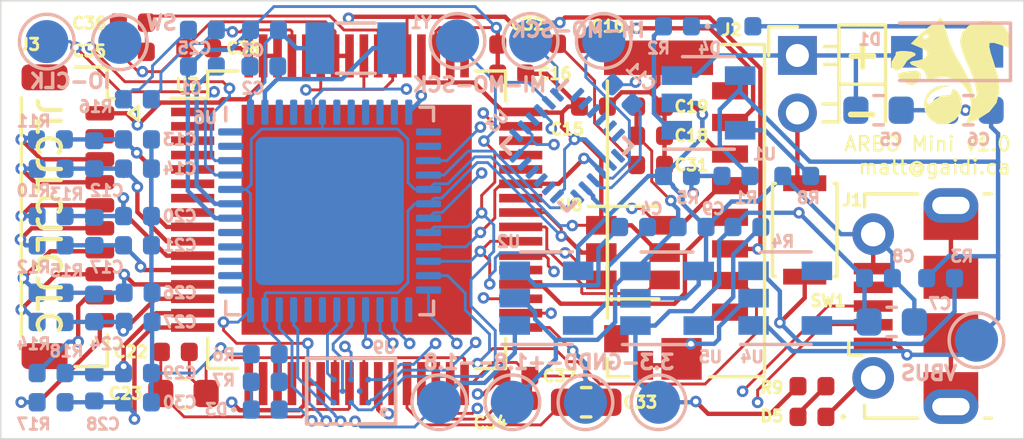
<source format=kicad_pcb>
(kicad_pcb (version 20171130) (host pcbnew "(5.1.2-1)-1")
  (layers (0 F.Cu signal) (1 In1.Cu power hide) (2 In2.Cu signal hide) (31 B.Cu signal hide) (35 F.Paste user hide) (36 B.SilkS user hide) (37 F.SilkS user) (38 B.Mask user hide) (39 F.Mask user hide) (44 Edge.Cuts user))
  (net 0 "")
  (net 1 "Net-(C1-Pad2)")
  (net 2 GNDD)
  (net 3 "Net-(C2-Pad2)")
  (net 4 "Net-(C3-Pad2)")
  (net 5 "Net-(C4-Pad2)")
  (net 6 "Net-(C4-Pad1)")
  (net 7 VBATT)
  (net 8 VBUS)
  (net 9 +3V3)
  (net 10 +1V8)
  (net 11 -1V8)
  (net 12 "Net-(C11-Pad1)")
  (net 13 "Net-(C12-Pad2)")
  (net 14 "Net-(C12-Pad1)")
  (net 15 "Net-(C17-Pad2)")
  (net 16 "Net-(C17-Pad1)")
  (net 17 "Net-(C22-Pad1)")
  (net 18 "Net-(C24-Pad2)")
  (net 19 "Net-(C24-Pad1)")
  (net 20 "Net-(C25-Pad2)")
  (net 21 "Net-(C28-Pad2)")
  (net 22 "Net-(C28-Pad1)")
  (net 23 "Net-(C33-Pad1)")
  (net 24 "Net-(C34-Pad1)")
  (net 25 "Net-(C35-Pad1)")
  (net 26 "Net-(C37-Pad1)")
  (net 27 "Net-(C38-Pad1)")
  (net 28 "Net-(D3-Pad1)")
  (net 29 "Net-(D4-Pad1)")
  (net 30 D+)
  (net 31 D-)
  (net 32 MISO)
  (net 33 SCK)
  (net 34 MOSI)
  (net 35 SD_CS)
  (net 36 RD_VBATT)
  (net 37 "Net-(R2-Pad2)")
  (net 38 "Net-(R3-Pad2)")
  (net 39 ~EC_PWDN)
  (net 40 "Net-(R8-Pad2)")
  (net 41 ACCEL_CS)
  (net 42 ACCEL_INT)
  (net 43 EC_START)
  (net 44 "Net-(U7-Pad40)")
  (net 45 FRAM_HOLD)
  (net 46 FRAM_CS)
  (net 47 "Net-(TP10-Pad1)")
  (net 48 "Net-(TP11-Pad1)")
  (net 49 ~EC_DRDY)
  (net 50 ~EC_CS)
  (net 51 D13)
  (net 52 HI_BIAS)
  (net 53 HI_IN1P)
  (net 54 HI_IN1N)
  (net 55 HI_IN2P)
  (net 56 HI_IN2N)
  (net 57 HI_IN3P)
  (net 58 HI_IN3N)
  (net 59 HI_IN4P)
  (net 60 HI_IN4N)
  (net 61 "Net-(R4-Pad2)")
  (net 62 "Net-(D5-Pad2)")
  (module ARBO:BGA8CP30X40_5X3_309X228X35B25N (layer B.Cu) (at 117.5862 66.9226 90)
    (fp_text reference U9 (at 1.5176 1.1588) (layer B.SilkS) (effects (font (size 0.4 0.4) (thickness 0.1)) (justify mirror)))
    (fp_text value MB85RSxM_WLP8)
    (pad E3 smd circle (at 0.4 -0.6 90) (size 0.2 0.2) (layers B.Cu B.Paste B.Mask) (net 46 FRAM_CS))
    (pad D2 smd circle (at 0 -0.3 90) (size 0.2 0.2) (layers B.Cu B.Paste B.Mask) (net 45 FRAM_HOLD))
    (pad E1 smd circle (at -0.4 -0.6 90) (size 0.2 0.2) (layers B.Cu B.Paste B.Mask) (net 9 +3V3))
    (pad C3 smd circle (at 0.4 0 90) (size 0.2 0.2) (layers B.Cu B.Paste B.Mask) (net 32 MISO))
    (pad C1 smd circle (at -0.4 0 90) (size 0.2 0.2) (layers B.Cu B.Paste B.Mask) (net 33 SCK))
    (pad B2 smd circle (at 0 0.3 90) (size 0.2 0.2) (layers B.Cu B.Paste B.Mask))
    (pad A3 smd circle (at 0.4 0.6 90) (size 0.2 0.2) (layers B.Cu B.Paste B.Mask) (net 2 GNDD))
    (pad A1 smd circle (at -0.4 0.6 90) (size 0.2 0.2) (layers B.Cu B.Paste B.Mask) (net 34 MOSI))
  )
  (module Connector_PinHeader_2.00mm:PinHeader_1x02_P2.00mm_Horizontal (layer F.Cu) (at 133.096 55.245)
    (fp_text reference CONN1 hide)
    (fp_text value JST-PH)
    (pad 2 thru_hole oval (at 0 2) (size 1.35 1.35) (drill 0.8) (layers *.Cu *.Mask) (net 2 GNDD))
    (pad 1 thru_hole rect (at 0 0) (size 1.35 1.35) (drill 0.8) (layers *.Cu *.Mask) (net 7 VBATT))
  )
  (module ARBO:arbo_mini_squirrel (layer F.Cu) (at 138.43 56.1086)
    (fp_text reference G*** hide)
    (fp_text value LOGO hide)
  )
  (module Package_QFP:TQFP-64-1EP_10x10mm_P0.5mm_EP8x8mm (layer F.Cu) (at 117.78 60.96)
    (fp_text reference U7 (at -5.893 -4.699) (layer F.SilkS) (effects (font (size 0.4 0.4) (thickness 0.1))))
    (fp_text value ADS1294)
    (pad 65 smd rect (at 0 0) (size 8 8) (layers F.Cu F.Mask))
    (pad 64 smd rect (at -3.75 -5.7 90) (size 1.5 0.3) (layers F.Cu F.Paste F.Mask) (net 27 "Net-(C38-Pad1)"))
    (pad 63 smd rect (at -3.25 -5.7 90) (size 1.5 0.3) (layers F.Cu F.Paste F.Mask) (net 52 HI_BIAS))
    (pad 62 smd rect (at -2.75 -5.7 90) (size 1.5 0.3) (layers F.Cu F.Paste F.Mask) (net 52 HI_BIAS))
    (pad 61 smd rect (at -2.25 -5.7 90) (size 1.5 0.3) (layers F.Cu F.Paste F.Mask) (net 20 "Net-(C25-Pad2)"))
    (pad 60 smd rect (at -1.75 -5.7 90) (size 1.5 0.3) (layers F.Cu F.Paste F.Mask))
    (pad 59 smd rect (at -1.25 -5.7 90) (size 1.5 0.3) (layers F.Cu F.Paste F.Mask) (net 10 +1V8))
    (pad 58 smd rect (at -0.75 -5.7 90) (size 1.5 0.3) (layers F.Cu F.Paste F.Mask) (net 11 -1V8))
    (pad 57 smd rect (at -0.25 -5.7 90) (size 1.5 0.3) (layers F.Cu F.Paste F.Mask) (net 11 -1V8))
    (pad 56 smd rect (at 0.25 -5.7 90) (size 1.5 0.3) (layers F.Cu F.Paste F.Mask) (net 10 +1V8))
    (pad 55 smd rect (at 0.75 -5.7 90) (size 1.5 0.3) (layers F.Cu F.Paste F.Mask) (net 25 "Net-(C35-Pad1)"))
    (pad 54 smd rect (at 1.25 -5.7 90) (size 1.5 0.3) (layers F.Cu F.Paste F.Mask) (net 10 +1V8))
    (pad 53 smd rect (at 1.75 -5.7 90) (size 1.5 0.3) (layers F.Cu F.Paste F.Mask) (net 11 -1V8))
    (pad 52 smd rect (at 2.25 -5.7 90) (size 1.5 0.3) (layers F.Cu F.Paste F.Mask) (net 9 +3V3))
    (pad 51 smd rect (at 2.75 -5.7 90) (size 1.5 0.3) (layers F.Cu F.Paste F.Mask) (net 2 GNDD))
    (pad 50 smd rect (at 3.25 -5.7 90) (size 1.5 0.3) (layers F.Cu F.Paste F.Mask) (net 9 +3V3))
    (pad 49 smd rect (at 3.75 -5.7 90) (size 1.5 0.3) (layers F.Cu F.Paste F.Mask) (net 2 GNDD))
    (pad 48 smd rect (at 5.7 -3.75) (size 1.5 0.3) (layers F.Cu F.Paste F.Mask) (net 9 +3V3))
    (pad 47 smd rect (at 5.7 -3.25) (size 1.5 0.3) (layers F.Cu F.Paste F.Mask) (net 49 ~EC_DRDY))
    (pad 46 smd rect (at 5.7 -2.75) (size 1.5 0.3) (layers F.Cu F.Paste F.Mask))
    (pad 45 smd rect (at 5.7 -2.25) (size 1.5 0.3) (layers F.Cu F.Paste F.Mask))
    (pad 44 smd rect (at 5.7 -1.75) (size 1.5 0.3) (layers F.Cu F.Paste F.Mask))
    (pad 43 smd rect (at 5.7 -1.25) (size 1.5 0.3) (layers F.Cu F.Paste F.Mask) (net 32 MISO))
    (pad 42 smd rect (at 5.7 -0.75) (size 1.5 0.3) (layers F.Cu F.Paste F.Mask))
    (pad 41 smd rect (at 5.7 -0.25) (size 1.5 0.3) (layers F.Cu F.Paste F.Mask) (net 2 GNDD))
    (pad 40 smd rect (at 5.7 0.25) (size 1.5 0.3) (layers F.Cu F.Paste F.Mask) (net 44 "Net-(U7-Pad40)"))
    (pad 39 smd rect (at 5.7 0.75) (size 1.5 0.3) (layers F.Cu F.Paste F.Mask) (net 50 ~EC_CS))
    (pad 38 smd rect (at 5.7 1.25) (size 1.5 0.3) (layers F.Cu F.Paste F.Mask) (net 43 EC_START))
    (pad 37 smd rect (at 5.7 1.75) (size 1.5 0.3) (layers F.Cu F.Paste F.Mask))
    (pad 36 smd rect (at 5.7 2.25) (size 1.5 0.3) (layers F.Cu F.Paste F.Mask) (net 9 +3V3))
    (pad 35 smd rect (at 5.7 2.75) (size 1.5 0.3) (layers F.Cu F.Paste F.Mask) (net 39 ~EC_PWDN))
    (pad 34 smd rect (at 5.7 3.25) (size 1.5 0.3) (layers F.Cu F.Paste F.Mask) (net 34 MOSI))
    (pad 33 smd rect (at 5.7 3.75) (size 1.5 0.3) (layers F.Cu F.Paste F.Mask) (net 2 GNDD))
    (pad 32 smd rect (at 3.75 5.7 90) (size 1.5 0.3) (layers F.Cu F.Paste F.Mask) (net 11 -1V8))
    (pad 31 smd rect (at 3.25 5.7 90) (size 1.5 0.3) (layers F.Cu F.Paste F.Mask) (net 2 GNDD))
    (pad 30 smd rect (at 2.75 5.7 90) (size 1.5 0.3) (layers F.Cu F.Paste F.Mask) (net 24 "Net-(C34-Pad1)"))
    (pad 29 smd rect (at 2.25 5.7 90) (size 1.5 0.3) (layers F.Cu F.Paste F.Mask))
    (pad 28 smd rect (at 1.75 5.7 90) (size 1.5 0.3) (layers F.Cu F.Paste F.Mask) (net 23 "Net-(C33-Pad1)"))
    (pad 27 smd rect (at 1.25 5.7 90) (size 1.5 0.3) (layers F.Cu F.Paste F.Mask))
    (pad 26 smd rect (at 0.75 5.7 90) (size 1.5 0.3) (layers F.Cu F.Paste F.Mask) (net 26 "Net-(C37-Pad1)"))
    (pad 25 smd rect (at 0.25 5.7 90) (size 1.5 0.3) (layers F.Cu F.Paste F.Mask) (net 11 -1V8))
    (pad 24 smd rect (at -0.25 5.7 90) (size 1.5 0.3) (layers F.Cu F.Paste F.Mask) (net 17 "Net-(C22-Pad1)"))
    (pad 23 smd rect (at -0.75 5.7 90) (size 1.5 0.3) (layers F.Cu F.Paste F.Mask) (net 11 -1V8))
    (pad 22 smd rect (at -1.25 5.7 90) (size 1.5 0.3) (layers F.Cu F.Paste F.Mask) (net 10 +1V8))
    (pad 21 smd rect (at -1.75 5.7 90) (size 1.5 0.3) (layers F.Cu F.Paste F.Mask) (net 10 +1V8))
    (pad 20 smd rect (at -2.25 5.7 90) (size 1.5 0.3) (layers F.Cu F.Paste F.Mask) (net 11 -1V8))
    (pad 19 smd rect (at -2.75 5.7 90) (size 1.5 0.3) (layers F.Cu F.Paste F.Mask) (net 10 +1V8))
    (pad 18 smd rect (at -3.25 5.7 90) (size 1.5 0.3) (layers F.Cu F.Paste F.Mask))
    (pad 17 smd rect (at -3.75 5.7 90) (size 1.5 0.3) (layers F.Cu F.Paste F.Mask))
    (pad 16 smd rect (at -5.7 3.75) (size 1.5 0.3) (layers F.Cu F.Paste F.Mask) (net 22 "Net-(C28-Pad1)"))
    (pad 15 smd rect (at -5.7 3.25) (size 1.5 0.3) (layers F.Cu F.Paste F.Mask) (net 21 "Net-(C28-Pad2)"))
    (pad 14 smd rect (at -5.7 2.75) (size 1.5 0.3) (layers F.Cu F.Paste F.Mask) (net 19 "Net-(C24-Pad1)"))
    (pad 13 smd rect (at -5.7 2.25) (size 1.5 0.3) (layers F.Cu F.Paste F.Mask) (net 18 "Net-(C24-Pad2)"))
    (pad 12 smd rect (at -5.7 1.75) (size 1.5 0.3) (layers F.Cu F.Paste F.Mask) (net 16 "Net-(C17-Pad1)"))
    (pad 11 smd rect (at -5.7 1.25) (size 1.5 0.3) (layers F.Cu F.Paste F.Mask) (net 15 "Net-(C17-Pad2)"))
    (pad 10 smd rect (at -5.7 0.75) (size 1.5 0.3) (layers F.Cu F.Paste F.Mask) (net 14 "Net-(C12-Pad1)"))
    (pad 9 smd rect (at -5.7 0.25) (size 1.5 0.3) (layers F.Cu F.Paste F.Mask) (net 13 "Net-(C12-Pad2)"))
    (pad 8 smd rect (at -5.7 -0.25) (size 1.5 0.3) (layers F.Cu F.Paste F.Mask))
    (pad 7 smd rect (at -5.7 -0.75) (size 1.5 0.3) (layers F.Cu F.Paste F.Mask))
    (pad 6 smd rect (at -5.7 -1.25) (size 1.5 0.3) (layers F.Cu F.Paste F.Mask))
    (pad 5 smd rect (at -5.7 -1.75) (size 1.5 0.3) (layers F.Cu F.Paste F.Mask))
    (pad 4 smd rect (at -5.7 -2.25) (size 1.5 0.3) (layers F.Cu F.Paste F.Mask))
    (pad 3 smd rect (at -5.7 -2.75) (size 1.5 0.3) (layers F.Cu F.Paste F.Mask))
    (pad 2 smd rect (at -5.7 -3.25) (size 1.5 0.3) (layers F.Cu F.Paste F.Mask))
    (pad 1 smd rect (at -5.7 -3.75) (size 1.5 0.3) (layers F.Cu F.Paste F.Mask))
  )
  (module Sensor_Motion:InvenSense_QFN-24_3x3mm_P0.4mm (layer B.Cu) (at 125.093604 58.380924 225)
    (fp_text reference U3 (at 1.104275 2.306249 45) (layer B.SilkS) (effects (font (size 0.4 0.4) (thickness 0.1)) (justify mirror)))
    (fp_text value ICM-20948)
    (pad 24 smd roundrect (at -1 1.5 135) (size 0.55 0.2) (layers B.Cu B.Paste B.Mask) (net 34 MOSI))
    (pad 23 smd roundrect (at -0.6 1.5 135) (size 0.55 0.2) (layers B.Cu B.Paste B.Mask) (net 33 SCK))
    (pad 22 smd roundrect (at -0.2 1.5 135) (size 0.55 0.2) (layers B.Cu B.Paste B.Mask) (net 41 ACCEL_CS))
    (pad 21 smd roundrect (at 0.2 1.5 135) (size 0.55 0.2) (layers B.Cu B.Paste B.Mask))
    (pad 20 smd roundrect (at 0.6 1.5 135) (size 0.55 0.2) (layers B.Cu B.Paste B.Mask) (net 2 GNDD))
    (pad 19 smd roundrect (at 1 1.5 135) (size 0.55 0.2) (layers B.Cu B.Paste B.Mask))
    (pad 18 smd roundrect (at 1.5 1 225) (size 0.55 0.2) (layers B.Cu B.Paste B.Mask) (net 2 GNDD))
    (pad 17 smd roundrect (at 1.5 0.6 225) (size 0.55 0.2) (layers B.Cu B.Paste B.Mask))
    (pad 16 smd roundrect (at 1.5 0.2 225) (size 0.55 0.2) (layers B.Cu B.Paste B.Mask))
    (pad 15 smd roundrect (at 1.5 -0.2 225) (size 0.55 0.2) (layers B.Cu B.Paste B.Mask))
    (pad 14 smd roundrect (at 1.5 -0.6 225) (size 0.55 0.2) (layers B.Cu B.Paste B.Mask))
    (pad 13 smd roundrect (at 1.5 -1 225) (size 0.55 0.2) (layers B.Cu B.Paste B.Mask) (net 9 +3V3))
    (pad 12 smd roundrect (at 1 -1.5 135) (size 0.55 0.2) (layers B.Cu B.Paste B.Mask) (net 42 ACCEL_INT))
    (pad 11 smd roundrect (at 0.6 -1.5 135) (size 0.55 0.2) (layers B.Cu B.Paste B.Mask) (net 2 GNDD))
    (pad 10 smd roundrect (at 0.2 -1.5 135) (size 0.55 0.2) (layers B.Cu B.Paste B.Mask) (net 12 "Net-(C11-Pad1)"))
    (pad 9 smd roundrect (at -0.2 -1.5 135) (size 0.55 0.2) (layers B.Cu B.Paste B.Mask) (net 32 MISO))
    (pad 8 smd roundrect (at -0.6 -1.5 135) (size 0.55 0.2) (layers B.Cu B.Paste B.Mask) (net 9 +3V3))
    (pad 7 smd roundrect (at -1 -1.5 135) (size 0.55 0.2) (layers B.Cu B.Paste B.Mask))
    (pad 6 smd roundrect (at -1.5 -1 225) (size 0.55 0.2) (layers B.Cu B.Paste B.Mask))
    (pad 5 smd roundrect (at -1.5 -0.6 225) (size 0.55 0.2) (layers B.Cu B.Paste B.Mask))
    (pad 4 smd roundrect (at -1.5 -0.2 225) (size 0.55 0.2) (layers B.Cu B.Paste B.Mask))
    (pad 3 smd roundrect (at -1.5 0.2 225) (size 0.55 0.2) (layers B.Cu B.Paste B.Mask))
    (pad 2 smd roundrect (at -1.5 0.6 225) (size 0.55 0.2) (layers B.Cu B.Paste B.Mask))
    (pad 1 smd roundrect (at -1.5 1 225) (size 0.55 0.2) (layers B.Cu B.Paste B.Mask))
  )
  (module Resistor_SMD:R_0402_1005Metric (layer B.Cu) (at 114.6024 66.5988 180)
    (fp_text reference R7 (at 1.4454 0.0508) (layer B.SilkS) (effects (font (size 0.4 0.4) (thickness 0.1)) (justify mirror)))
    (fp_text value 2.2K)
    (pad 2 smd roundrect (at 0.485 0 180) (size 0.59 0.64) (layers B.Cu B.Paste B.Mask) (net 28 "Net-(D3-Pad1)"))
    (pad 1 smd roundrect (at -0.485 0 180) (size 0.59 0.64) (layers B.Cu B.Paste B.Mask) (net 2 GNDD))
  )
  (module Package_TO_SOT_SMD:SOT-23-5 (layer B.Cu) (at 124.376 63.688)
    (fp_text reference U2 (at -1.313 -1.966) (layer B.SilkS) (effects (font (size 0.4 0.4) (thickness 0.1)) (justify mirror)))
    (fp_text value MAX828)
    (pad 5 smd rect (at 1.1 0.95) (size 1.06 0.65) (layers B.Cu B.Paste B.Mask) (net 6 "Net-(C4-Pad1)"))
    (pad 4 smd rect (at 1.1 -0.95) (size 1.06 0.65) (layers B.Cu B.Paste B.Mask) (net 2 GNDD))
    (pad 3 smd rect (at -1.1 -0.95) (size 1.06 0.65) (layers B.Cu B.Paste B.Mask) (net 5 "Net-(C4-Pad2)"))
    (pad 2 smd rect (at -1.1 0) (size 1.06 0.65) (layers B.Cu B.Paste B.Mask) (net 10 +1V8))
    (pad 1 smd rect (at -1.1 0.95) (size 1.06 0.65) (layers B.Cu B.Paste B.Mask) (net 11 -1V8))
  )
  (module Capacitor_SMD:C_0402_1005Metric (layer B.Cu) (at 127.012653 56.603853 135)
    (fp_text reference C11 (at -0.018027 0.898026 135) (layer B.SilkS) (effects (font (size 0.4 0.4) (thickness 0.1)) (justify mirror)))
    (fp_text value 0.1uF)
    (pad 2 smd roundrect (at 0.485 0 135) (size 0.59 0.64) (layers B.Cu B.Paste B.Mask) (net 2 GNDD))
    (pad 1 smd roundrect (at -0.485 0 135) (size 0.59 0.64) (layers B.Cu B.Paste B.Mask) (net 12 "Net-(C11-Pad1)"))
  )
  (module Capacitor_SMD:C_0402_1005Metric (layer F.Cu) (at 109.9844 54.102 180)
    (fp_text reference C36 (at 1.501 -0.0254) (layer F.SilkS) (effects (font (size 0.4 0.4) (thickness 0.1))))
    (fp_text value 1uF)
    (pad 2 smd roundrect (at 0.485 0 180) (size 0.59 0.64) (layers F.Cu F.Paste F.Mask) (net 11 -1V8))
    (pad 1 smd roundrect (at -0.485 0 180) (size 0.59 0.64) (layers F.Cu F.Paste F.Mask) (net 25 "Net-(C35-Pad1)"))
  )
  (module Capacitor_SMD:C_0402_1005Metric (layer F.Cu) (at 109.9844 55.118 180)
    (fp_text reference C35 (at 1.501 0.0254) (layer F.SilkS) (effects (font (size 0.4 0.4) (thickness 0.1))))
    (fp_text value 0.1uF)
    (pad 2 smd roundrect (at 0.485 0 180) (size 0.59 0.64) (layers F.Cu F.Paste F.Mask) (net 11 -1V8))
    (pad 1 smd roundrect (at -0.485 0 180) (size 0.59 0.64) (layers F.Cu F.Paste F.Mask) (net 25 "Net-(C35-Pad1)"))
  )
  (module Capacitor_SMD:C_0402_1005Metric (layer B.Cu) (at 108.6612 64.031 90)
    (fp_text reference C24 (at -1.247 0.4318) (layer B.SilkS) (effects (font (size 0.4 0.4) (thickness 0.1)) (justify mirror)))
    (fp_text value 4.7nF)
    (pad 2 smd roundrect (at 0.485 0 90) (size 0.59 0.64) (layers B.Cu B.Paste B.Mask) (net 18 "Net-(C24-Pad2)"))
    (pad 1 smd roundrect (at -0.485 0 90) (size 0.59 0.64) (layers B.Cu B.Paste B.Mask) (net 19 "Net-(C24-Pad1)"))
  )
  (module Resistor_SMD:R_0402_1005Metric (layer B.Cu) (at 114.6024 65.6336)
    (fp_text reference R6 (at -1.4454 0.0254) (layer B.SilkS) (effects (font (size 0.4 0.4) (thickness 0.1)) (justify mirror)))
    (fp_text value 0)
    (pad 2 smd roundrect (at 0.485 0) (size 0.59 0.64) (layers B.Cu B.Paste B.Mask) (net 2 GNDD))
    (pad 1 smd roundrect (at -0.485 0) (size 0.59 0.64) (layers B.Cu B.Paste B.Mask) (net 11 -1V8))
  )
  (module Button_Switch_SMD:SW_SPST_CK_KXT3 (layer F.Cu) (at 133.35 61.315 90)
    (fp_text reference SW1 (at -2.4644 0.8128 180) (layer F.SilkS) (effects (font (size 0.4 0.4) (thickness 0.1))))
    (fp_text value SW_SPST)
    (pad 2 smd rect (at 1.625 0 90) (size 0.55 1.5) (layers F.Cu F.Paste F.Mask) (net 2 GNDD))
    (pad 1 smd rect (at -1.625 0 90) (size 0.55 1.5) (layers F.Cu F.Paste F.Mask) (net 38 "Net-(R3-Pad2)"))
  )
  (module TestPoint:TestPoint_Pad_D1.5mm (layer B.Cu) (at 109.5502 54.7878 90)
    (fp_text reference TP11 hide)
    (fp_text value TP_SWDIO)
    (pad 1 smd circle (at 0 0 90) (size 1.5 1.5) (layers B.Cu B.Mask) (net 48 "Net-(TP11-Pad1)"))
  )
  (module TestPoint:TestPoint_Pad_D1.5mm (layer B.Cu) (at 107.0102 54.7624)
    (fp_text reference TP10 hide)
    (fp_text value TP_SWCLK)
    (pad 1 smd circle (at 0 0) (size 1.5 1.5) (layers B.Cu B.Mask) (net 47 "Net-(TP10-Pad1)"))
  )
  (module TestPoint:TestPoint_Pad_D1.5mm (layer B.Cu) (at 125.73 67.31)
    (fp_text reference TP8 hide)
    (fp_text value GNDD_TP)
    (pad 1 smd circle (at 0 0) (size 1.5 1.5) (layers B.Cu B.Mask) (net 2 GNDD))
  )
  (module TestPoint:TestPoint_Pad_D1.5mm (layer B.Cu) (at 126.365 54.737)
    (fp_text reference TP7 hide)
    (fp_text value MISO_TP)
    (pad 1 smd circle (at 0 0) (size 1.5 1.5) (layers B.Cu B.Mask) (net 32 MISO))
  )
  (module TestPoint:TestPoint_Pad_D1.5mm (layer B.Cu) (at 121.285 54.737)
    (fp_text reference TP6 hide)
    (fp_text value SCK_TP)
    (pad 1 smd circle (at 0 0) (size 1.5 1.5) (layers B.Cu B.Mask) (net 33 SCK))
  )
  (module TestPoint:TestPoint_Pad_D1.5mm (layer B.Cu) (at 123.825 54.737)
    (fp_text reference TP5 hide)
    (fp_text value MOSI_TP)
    (pad 1 smd circle (at 0 0) (size 1.5 1.5) (layers B.Cu B.Mask) (net 34 MOSI))
  )
  (module TestPoint:TestPoint_Pad_D1.5mm (layer B.Cu) (at 120.65 67.31)
    (fp_text reference TP4 hide)
    (fp_text value -1V8_TP)
    (pad 1 smd circle (at 0 0) (size 1.5 1.5) (layers B.Cu B.Mask) (net 11 -1V8))
  )
  (module TestPoint:TestPoint_Pad_D1.5mm (layer B.Cu) (at 123.19 67.31)
    (fp_text reference TP3 hide)
    (fp_text value +1V8_TP)
    (pad 1 smd circle (at 0 0) (size 1.5 1.5) (layers B.Cu B.Mask) (net 10 +1V8))
  )
  (module TestPoint:TestPoint_Pad_D1.5mm (layer B.Cu) (at 128.27 67.31)
    (fp_text reference TP2 hide)
    (fp_text value +3.3V_TP)
    (pad 1 smd circle (at 0 0) (size 1.5 1.5) (layers B.Cu B.Mask) (net 9 +3V3))
  )
  (module TestPoint:TestPoint_Pad_D1.5mm (layer B.Cu) (at 139.319 65.151)
    (fp_text reference TP1 hide)
    (fp_text value VBUS_TP)
    (pad 1 smd circle (at 0 0) (size 1.5 1.5) (layers B.Cu B.Mask) (net 8 VBUS))
  )
  (module Resistor_SMD:R_0402_1005Metric (layer B.Cu) (at 107.1602 66.294)
    (fp_text reference R18 (at 0.5358 -0.762) (layer B.SilkS) (effects (font (size 0.4 0.4) (thickness 0.1)) (justify mirror)))
    (fp_text value 2.2K)
    (pad 2 smd roundrect (at 0.485 0) (size 0.59 0.64) (layers B.Cu B.Paste B.Mask) (net 21 "Net-(C28-Pad2)"))
    (pad 1 smd roundrect (at -0.485 0) (size 0.59 0.64) (layers B.Cu B.Paste B.Mask) (net 54 HI_IN1N))
  )
  (module Resistor_SMD:R_0402_1005Metric (layer B.Cu) (at 107.1602 67.31)
    (fp_text reference R17 (at -0.6072 0.762) (layer B.SilkS) (effects (font (size 0.4 0.4) (thickness 0.1)) (justify mirror)))
    (fp_text value 2.2K)
    (pad 2 smd roundrect (at 0.485 0) (size 0.59 0.64) (layers B.Cu B.Paste B.Mask) (net 22 "Net-(C28-Pad1)"))
    (pad 1 smd roundrect (at -0.485 0) (size 0.59 0.64) (layers B.Cu B.Paste B.Mask) (net 53 HI_IN1P))
  )
  (module Resistor_SMD:R_0402_1005Metric (layer B.Cu) (at 110.1574 56.769)
    (fp_text reference R16 (at -1.4454 0.254) (layer B.SilkS) (effects (font (size 0.4 0.4) (thickness 0.1)) (justify mirror)))
    (fp_text value 1M)
    (pad 2 smd roundrect (at 0.485 0) (size 0.59 0.64) (layers B.Cu B.Paste B.Mask) (net 20 "Net-(C25-Pad2)"))
    (pad 1 smd roundrect (at -0.485 0) (size 0.59 0.64) (layers B.Cu B.Paste B.Mask) (net 52 HI_BIAS))
  )
  (module Resistor_SMD:R_0402_1005Metric (layer B.Cu) (at 107.1602 63.5)
    (fp_text reference R15 (at 0.5358 -0.762) (layer B.SilkS) (effects (font (size 0.4 0.4) (thickness 0.1)) (justify mirror)))
    (fp_text value 2.2K)
    (pad 2 smd roundrect (at 0.485 0) (size 0.59 0.64) (layers B.Cu B.Paste B.Mask) (net 18 "Net-(C24-Pad2)"))
    (pad 1 smd roundrect (at -0.485 0) (size 0.59 0.64) (layers B.Cu B.Paste B.Mask) (net 56 HI_IN2N))
  )
  (module Resistor_SMD:R_0402_1005Metric (layer B.Cu) (at 107.1602 64.516)
    (fp_text reference R14 (at -0.6072 0.762) (layer B.SilkS) (effects (font (size 0.4 0.4) (thickness 0.1)) (justify mirror)))
    (fp_text value 2.2K)
    (pad 2 smd roundrect (at 0.485 0) (size 0.59 0.64) (layers B.Cu B.Paste B.Mask) (net 19 "Net-(C24-Pad1)"))
    (pad 1 smd roundrect (at -0.485 0) (size 0.59 0.64) (layers B.Cu B.Paste B.Mask) (net 55 HI_IN2P))
  )
  (module Resistor_SMD:R_0402_1005Metric (layer B.Cu) (at 107.1602 60.833)
    (fp_text reference R13 (at 0.5358 -0.762) (layer B.SilkS) (effects (font (size 0.4 0.4) (thickness 0.1)) (justify mirror)))
    (fp_text value 2.2K)
    (pad 2 smd roundrect (at 0.485 0) (size 0.59 0.64) (layers B.Cu B.Paste B.Mask) (net 15 "Net-(C17-Pad2)"))
    (pad 1 smd roundrect (at -0.485 0) (size 0.59 0.64) (layers B.Cu B.Paste B.Mask) (net 58 HI_IN3N))
  )
  (module Resistor_SMD:R_0402_1005Metric (layer B.Cu) (at 107.1602 61.849)
    (fp_text reference R12 (at -0.6072 0.762) (layer B.SilkS) (effects (font (size 0.4 0.4) (thickness 0.1)) (justify mirror)))
    (fp_text value 2.2K)
    (pad 2 smd roundrect (at 0.485 0) (size 0.59 0.64) (layers B.Cu B.Paste B.Mask) (net 16 "Net-(C17-Pad1)"))
    (pad 1 smd roundrect (at -0.485 0) (size 0.59 0.64) (layers B.Cu B.Paste B.Mask) (net 57 HI_IN3P))
  )
  (module Resistor_SMD:R_0402_1005Metric (layer B.Cu) (at 107.1372 58.166)
    (fp_text reference R11 (at -0.5842 -0.635) (layer B.SilkS) (effects (font (size 0.4 0.4) (thickness 0.1)) (justify mirror)))
    (fp_text value 2.2K)
    (pad 2 smd roundrect (at 0.485 0) (size 0.59 0.64) (layers B.Cu B.Paste B.Mask) (net 13 "Net-(C12-Pad2)"))
    (pad 1 smd roundrect (at -0.485 0) (size 0.59 0.64) (layers B.Cu B.Paste B.Mask) (net 60 HI_IN4N))
  )
  (module Resistor_SMD:R_0402_1005Metric (layer B.Cu) (at 107.1602 59.182)
    (fp_text reference R10 (at -0.6072 0.762) (layer B.SilkS) (effects (font (size 0.4 0.4) (thickness 0.1)) (justify mirror)))
    (fp_text value 2.2K)
    (pad 2 smd roundrect (at 0.485 0) (size 0.59 0.64) (layers B.Cu B.Paste B.Mask) (net 14 "Net-(C12-Pad1)"))
    (pad 1 smd roundrect (at -0.485 0) (size 0.59 0.64) (layers B.Cu B.Paste B.Mask) (net 59 HI_IN4P))
  )
  (module Resistor_SMD:R_0402_1005Metric (layer F.Cu) (at 133.6016 66.7512 180)
    (fp_text reference R9 (at 1.3946 -0.0508) (layer F.SilkS) (effects (font (size 0.4 0.4) (thickness 0.1))))
    (fp_text value 2.2K)
    (pad 2 smd roundrect (at 0.485 0 180) (size 0.59 0.64) (layers F.Cu F.Paste F.Mask) (net 9 +3V3))
    (pad 1 smd roundrect (at -0.485 0 180) (size 0.59 0.64) (layers F.Cu F.Paste F.Mask) (net 62 "Net-(D5-Pad2)"))
  )
  (module Resistor_SMD:R_0402_1005Metric (layer B.Cu) (at 133.073 59.436)
    (fp_text reference R8 (at 0.404 0.762) (layer B.SilkS) (effects (font (size 0.4 0.4) (thickness 0.1)) (justify mirror)))
    (fp_text value 10K)
    (pad 2 smd roundrect (at 0.485 0) (size 0.59 0.64) (layers B.Cu B.Paste B.Mask) (net 40 "Net-(R8-Pad2)"))
    (pad 1 smd roundrect (at -0.485 0) (size 0.59 0.64) (layers B.Cu B.Paste B.Mask) (net 2 GNDD))
  )
  (module Resistor_SMD:R_0402_1005Metric (layer B.Cu) (at 128.928 59.436)
    (fp_text reference R5 (at 0.358 0.762) (layer B.SilkS) (effects (font (size 0.4 0.4) (thickness 0.1)) (justify mirror)))
    (fp_text value 100K)
    (pad 2 smd roundrect (at 0.485 0) (size 0.59 0.64) (layers B.Cu B.Paste B.Mask) (net 36 RD_VBATT))
    (pad 1 smd roundrect (at -0.485 0) (size 0.59 0.64) (layers B.Cu B.Paste B.Mask) (net 2 GNDD))
  )
  (module Resistor_SMD:R_0402_1005Metric (layer B.Cu) (at 131.341 61.214)
    (fp_text reference R4 (at 1.247 0.508) (layer B.SilkS) (effects (font (size 0.4 0.4) (thickness 0.1)) (justify mirror)))
    (fp_text value 10K)
    (pad 2 smd roundrect (at 0.485 0) (size 0.59 0.64) (layers B.Cu B.Paste B.Mask) (net 61 "Net-(R4-Pad2)"))
    (pad 1 smd roundrect (at -0.485 0) (size 0.59 0.64) (layers B.Cu B.Paste B.Mask) (net 9 +3V3))
  )
  (module Resistor_SMD:R_0402_1005Metric (layer B.Cu) (at 138.072 62.992)
    (fp_text reference R3 (at 0.739 -0.762) (layer B.SilkS) (effects (font (size 0.4 0.4) (thickness 0.1)) (justify mirror)))
    (fp_text value 10K)
    (pad 2 smd roundrect (at 0.485 0) (size 0.59 0.64) (layers B.Cu B.Paste B.Mask) (net 38 "Net-(R3-Pad2)"))
    (pad 1 smd roundrect (at -0.485 0) (size 0.59 0.64) (layers B.Cu B.Paste B.Mask) (net 8 VBUS))
  )
  (module Resistor_SMD:R_0402_1005Metric (layer B.Cu) (at 128.928 54.229 180)
    (fp_text reference R2 (at 0.658 -0.762) (layer B.SilkS) (effects (font (size 0.4 0.4) (thickness 0.1)) (justify mirror)))
    (fp_text value 2.2K)
    (pad 2 smd roundrect (at 0.485 0 180) (size 0.59 0.64) (layers B.Cu B.Paste B.Mask) (net 37 "Net-(R2-Pad2)"))
    (pad 1 smd roundrect (at -0.485 0 180) (size 0.59 0.64) (layers B.Cu B.Paste B.Mask) (net 29 "Net-(D4-Pad1)"))
  )
  (module Resistor_SMD:R_0402_1005Metric (layer B.Cu) (at 130.96 59.436)
    (fp_text reference R1 (at 0.358 0.762) (layer B.SilkS) (effects (font (size 0.4 0.4) (thickness 0.1)) (justify mirror)))
    (fp_text value 100K)
    (pad 2 smd roundrect (at 0.485 0) (size 0.59 0.64) (layers B.Cu B.Paste B.Mask) (net 8 VBUS))
    (pad 1 smd roundrect (at -0.485 0) (size 0.59 0.64) (layers B.Cu B.Paste B.Mask) (net 36 RD_VBATT))
  )
  (module Connector_Hirose:Hirose_DF52-10S-0.8H_1x10-1MP_P0.80mm_Horizontal (layer F.Cu) (at 107.744 60.857 270)
    (fp_text reference J3 (at -5.993 1.318 180) (layer F.SilkS) (effects (font (size 0.4 0.4) (thickness 0.1))))
    (fp_text value Conn_01x10)
    (pad MP smd roundrect (at 4.85 0.81 270) (size 0.9 1.6) (layers F.Cu F.Paste F.Mask))
    (pad MP smd roundrect (at -4.85 0.81 270) (size 0.9 1.6) (layers F.Cu F.Paste F.Mask))
    (pad 10 smd roundrect (at 3.6 -1.11 270) (size 0.5 1) (layers F.Cu F.Paste F.Mask) (net 53 HI_IN1P))
    (pad 9 smd roundrect (at 2.8 -1.11 270) (size 0.5 1) (layers F.Cu F.Paste F.Mask) (net 54 HI_IN1N))
    (pad 8 smd roundrect (at 2 -1.11 270) (size 0.5 1) (layers F.Cu F.Paste F.Mask) (net 55 HI_IN2P))
    (pad 7 smd roundrect (at 1.2 -1.11 270) (size 0.5 1) (layers F.Cu F.Paste F.Mask) (net 56 HI_IN2N))
    (pad 6 smd roundrect (at 0.4 -1.11 270) (size 0.5 1) (layers F.Cu F.Paste F.Mask) (net 57 HI_IN3P))
    (pad 5 smd roundrect (at -0.4 -1.11 270) (size 0.5 1) (layers F.Cu F.Paste F.Mask) (net 58 HI_IN3N))
    (pad 4 smd roundrect (at -1.2 -1.11 270) (size 0.5 1) (layers F.Cu F.Paste F.Mask) (net 59 HI_IN4P))
    (pad 3 smd roundrect (at -2 -1.11 270) (size 0.5 1) (layers F.Cu F.Paste F.Mask) (net 60 HI_IN4N))
    (pad 2 smd roundrect (at -2.8 -1.11 270) (size 0.5 1) (layers F.Cu F.Paste F.Mask))
    (pad 1 smd roundrect (at -3.6 -1.11 270) (size 0.5 1) (layers F.Cu F.Paste F.Mask) (net 52 HI_BIAS))
  )
  (module LED_SMD:LED_0402_1005Metric (layer F.Cu) (at 133.6016 67.818 180)
    (fp_text reference D5 (at 1.3946 0.0254) (layer F.SilkS) (effects (font (size 0.4 0.4) (thickness 0.1))))
    (fp_text value GRN)
    (pad 2 smd roundrect (at 0.485 0 180) (size 0.59 0.64) (layers F.Cu F.Paste F.Mask) (net 62 "Net-(D5-Pad2)"))
    (pad 1 smd roundrect (at -0.485 0 180) (size 0.59 0.64) (layers F.Cu F.Paste F.Mask) (net 2 GNDD))
  )
  (module LED_SMD:LED_0402_1005Metric (layer B.Cu) (at 131.064 54.229)
    (fp_text reference D4 (at -1.016 0.762) (layer B.SilkS) (effects (font (size 0.4 0.4) (thickness 0.1)) (justify mirror)))
    (fp_text value RED)
    (pad 2 smd roundrect (at 0.485 0) (size 0.59 0.64) (layers B.Cu B.Paste B.Mask) (net 8 VBUS))
    (pad 1 smd roundrect (at -0.485 0) (size 0.59 0.64) (layers B.Cu B.Paste B.Mask) (net 29 "Net-(D4-Pad1)"))
  )
  (module LED_SMD:LED_0402_1005Metric (layer B.Cu) (at 114.6024 67.564)
    (fp_text reference D3 (at -1.6994 0) (layer B.SilkS) (effects (font (size 0.4 0.4) (thickness 0.1)) (justify mirror)))
    (fp_text value RED)
    (pad 2 smd roundrect (at 0.485 0) (size 0.59 0.64) (layers B.Cu B.Paste B.Mask) (net 51 D13))
    (pad 1 smd roundrect (at -0.485 0) (size 0.59 0.64) (layers B.Cu B.Paste B.Mask) (net 28 "Net-(D3-Pad1)"))
  )
  (module Crystal:Crystal_SMD_3215-2Pin_3.2x1.5mm (layer B.Cu) (at 117.749 54.991 180)
    (fp_text reference Y1 (at -2.266 0.889) (layer B.SilkS) (effects (font (size 0.4 0.4) (thickness 0.1)) (justify mirror)))
    (fp_text value Crystal)
    (pad 2 smd rect (at -1.25 0 180) (size 1 1.8) (layers B.Cu B.Paste B.Mask) (net 3 "Net-(C2-Pad2)"))
    (pad 1 smd rect (at 1.25 0 180) (size 1 1.8) (layers B.Cu B.Paste B.Mask) (net 4 "Net-(C3-Pad2)"))
  )
  (module Package_TO_SOT_SMD:SOT-23-6 (layer F.Cu) (at 127.381 62.103)
    (fp_text reference U8 (at -2.159 -1.651) (layer F.SilkS) (effects (font (size 0.4 0.4) (thickness 0.1))))
    (fp_text value SN74AUP1G98)
    (pad 5 smd rect (at 1.1 0) (size 1.06 0.65) (layers F.Cu F.Paste F.Mask) (net 9 +3V3))
    (pad 6 smd rect (at 1.1 -0.95) (size 1.06 0.65) (layers F.Cu F.Paste F.Mask) (net 33 SCK))
    (pad 4 smd rect (at 1.1 0.95) (size 1.06 0.65) (layers F.Cu F.Paste F.Mask) (net 44 "Net-(U7-Pad40)"))
    (pad 3 smd rect (at -1.1 0.95) (size 1.06 0.65) (layers F.Cu F.Paste F.Mask) (net 50 ~EC_CS))
    (pad 2 smd rect (at -1.1 0) (size 1.06 0.65) (layers F.Cu F.Paste F.Mask) (net 2 GNDD))
    (pad 1 smd rect (at -1.1 -0.95) (size 1.06 0.65) (layers F.Cu F.Paste F.Mask) (net 9 +3V3))
  )
  (module Package_DFN_QFN:QFN-48-1EP_7x7mm_P0.5mm_EP5.15x5.15mm (layer B.Cu) (at 116.84 60.6552 270)
    (fp_text reference U6 (at -3.2512 4.318 180) (layer B.SilkS) (effects (font (size 0.4 0.4) (thickness 0.1)) (justify mirror)))
    (fp_text value ATSAMD21G18A-AUT)
    (pad 48 smd roundrect (at -2.75 3.4375 270) (size 0.25 0.875) (layers B.Cu B.Paste B.Mask))
    (pad 47 smd roundrect (at -2.25 3.4375 270) (size 0.25 0.875) (layers B.Cu B.Paste B.Mask))
    (pad 46 smd roundrect (at -1.75 3.4375 270) (size 0.25 0.875) (layers B.Cu B.Paste B.Mask) (net 48 "Net-(TP11-Pad1)"))
    (pad 45 smd roundrect (at -1.25 3.4375 270) (size 0.25 0.875) (layers B.Cu B.Paste B.Mask) (net 47 "Net-(TP10-Pad1)"))
    (pad 44 smd roundrect (at -0.75 3.4375 270) (size 0.25 0.875) (layers B.Cu B.Paste B.Mask) (net 9 +3V3))
    (pad 43 smd roundrect (at -0.25 3.4375 270) (size 0.25 0.875) (layers B.Cu B.Paste B.Mask) (net 1 "Net-(C1-Pad2)"))
    (pad 42 smd roundrect (at 0.25 3.4375 270) (size 0.25 0.875) (layers B.Cu B.Paste B.Mask) (net 2 GNDD))
    (pad 41 smd roundrect (at 0.75 3.4375 270) (size 0.25 0.875) (layers B.Cu B.Paste B.Mask))
    (pad 40 smd roundrect (at 1.25 3.4375 270) (size 0.25 0.875) (layers B.Cu B.Paste B.Mask))
    (pad 39 smd roundrect (at 1.75 3.4375 270) (size 0.25 0.875) (layers B.Cu B.Paste B.Mask))
    (pad 38 smd roundrect (at 2.25 3.4375 270) (size 0.25 0.875) (layers B.Cu B.Paste B.Mask))
    (pad 37 smd roundrect (at 2.75 3.4375 270) (size 0.25 0.875) (layers B.Cu B.Paste B.Mask))
    (pad 36 smd roundrect (at 3.4375 2.75 270) (size 0.875 0.25) (layers B.Cu B.Paste B.Mask) (net 9 +3V3))
    (pad 35 smd roundrect (at 3.4375 2.25 270) (size 0.875 0.25) (layers B.Cu B.Paste B.Mask) (net 2 GNDD))
    (pad 34 smd roundrect (at 3.4375 1.75 270) (size 0.875 0.25) (layers B.Cu B.Paste B.Mask) (net 30 D+))
    (pad 33 smd roundrect (at 3.4375 1.25 270) (size 0.875 0.25) (layers B.Cu B.Paste B.Mask) (net 31 D-))
    (pad 32 smd roundrect (at 3.4375 0.75 270) (size 0.875 0.25) (layers B.Cu B.Paste B.Mask))
    (pad 31 smd roundrect (at 3.4375 0.25 270) (size 0.875 0.25) (layers B.Cu B.Paste B.Mask))
    (pad 30 smd roundrect (at 3.4375 -0.25 270) (size 0.875 0.25) (layers B.Cu B.Paste B.Mask) (net 46 FRAM_CS))
    (pad 29 smd roundrect (at 3.4375 -0.75 270) (size 0.875 0.25) (layers B.Cu B.Paste B.Mask) (net 45 FRAM_HOLD))
    (pad 28 smd roundrect (at 3.4375 -1.25 270) (size 0.875 0.25) (layers B.Cu B.Paste B.Mask) (net 49 ~EC_DRDY))
    (pad 27 smd roundrect (at 3.4375 -1.75 270) (size 0.875 0.25) (layers B.Cu B.Paste B.Mask) (net 39 ~EC_PWDN))
    (pad 26 smd roundrect (at 3.4375 -2.25 270) (size 0.875 0.25) (layers B.Cu B.Paste B.Mask) (net 51 D13))
    (pad 25 smd roundrect (at 3.4375 -2.75 270) (size 0.875 0.25) (layers B.Cu B.Paste B.Mask))
    (pad 24 smd roundrect (at 2.75 -3.4375 270) (size 0.25 0.875) (layers B.Cu B.Paste B.Mask) (net 43 EC_START))
    (pad 23 smd roundrect (at 2.25 -3.4375 270) (size 0.25 0.875) (layers B.Cu B.Paste B.Mask) (net 35 SD_CS))
    (pad 22 smd roundrect (at 1.75 -3.4375 270) (size 0.25 0.875) (layers B.Cu B.Paste B.Mask) (net 50 ~EC_CS))
    (pad 21 smd roundrect (at 1.25 -3.4375 270) (size 0.25 0.875) (layers B.Cu B.Paste B.Mask) (net 32 MISO))
    (pad 20 smd roundrect (at 0.75 -3.4375 270) (size 0.25 0.875) (layers B.Cu B.Paste B.Mask) (net 33 SCK))
    (pad 19 smd roundrect (at 0.25 -3.4375 270) (size 0.25 0.875) (layers B.Cu B.Paste B.Mask) (net 34 MOSI))
    (pad 18 smd roundrect (at -0.25 -3.4375 270) (size 0.25 0.875) (layers B.Cu B.Paste B.Mask) (net 2 GNDD))
    (pad 17 smd roundrect (at -0.75 -3.4375 270) (size 0.25 0.875) (layers B.Cu B.Paste B.Mask) (net 9 +3V3))
    (pad 16 smd roundrect (at -1.25 -3.4375 270) (size 0.25 0.875) (layers B.Cu B.Paste B.Mask) (net 42 ACCEL_INT))
    (pad 15 smd roundrect (at -1.75 -3.4375 270) (size 0.25 0.875) (layers B.Cu B.Paste B.Mask) (net 41 ACCEL_CS))
    (pad 14 smd roundrect (at -2.25 -3.4375 270) (size 0.25 0.875) (layers B.Cu B.Paste B.Mask))
    (pad 13 smd roundrect (at -2.75 -3.4375 270) (size 0.25 0.875) (layers B.Cu B.Paste B.Mask))
    (pad 12 smd roundrect (at -3.4375 -2.75 270) (size 0.875 0.25) (layers B.Cu B.Paste B.Mask) (net 36 RD_VBATT))
    (pad 11 smd roundrect (at -3.4375 -2.25 270) (size 0.875 0.25) (layers B.Cu B.Paste B.Mask))
    (pad 10 smd roundrect (at -3.4375 -1.75 270) (size 0.875 0.25) (layers B.Cu B.Paste B.Mask))
    (pad 9 smd roundrect (at -3.4375 -1.25 270) (size 0.875 0.25) (layers B.Cu B.Paste B.Mask))
    (pad 8 smd roundrect (at -3.4375 -0.75 270) (size 0.875 0.25) (layers B.Cu B.Paste B.Mask))
    (pad 7 smd roundrect (at -3.4375 -0.25 270) (size 0.875 0.25) (layers B.Cu B.Paste B.Mask))
    (pad 6 smd roundrect (at -3.4375 0.25 270) (size 0.875 0.25) (layers B.Cu B.Paste B.Mask) (net 9 +3V3))
    (pad 5 smd roundrect (at -3.4375 0.75 270) (size 0.875 0.25) (layers B.Cu B.Paste B.Mask) (net 2 GNDD))
    (pad 4 smd roundrect (at -3.4375 1.25 270) (size 0.875 0.25) (layers B.Cu B.Paste B.Mask))
    (pad 3 smd roundrect (at -3.4375 1.75 270) (size 0.875 0.25) (layers B.Cu B.Paste B.Mask))
    (pad 2 smd roundrect (at -3.4375 2.25 270) (size 0.875 0.25) (layers B.Cu B.Paste B.Mask) (net 3 "Net-(C2-Pad2)"))
    (pad 1 smd roundrect (at -3.4375 2.75 270) (size 0.875 0.25) (layers B.Cu B.Paste B.Mask) (net 4 "Net-(C3-Pad2)"))
    (pad 49 smd roundrect (at 0 0 270) (size 5.15 5.15) (layers B.Cu B.Mask) (roundrect_rratio 0.048544))
  )
  (module Package_TO_SOT_SMD:SOT-23-5 (layer B.Cu) (at 128.567 63.693)
    (fp_text reference U5 (at 1.5064 2.0422) (layer B.SilkS) (effects (font (size 0.4 0.4) (thickness 0.1)) (justify mirror)))
    (fp_text value MAX1726EUK18+)
    (pad 5 smd rect (at 1.1 0.95) (size 1.06 0.65) (layers B.Cu B.Paste B.Mask) (net 61 "Net-(R4-Pad2)"))
    (pad 4 smd rect (at 1.1 -0.95) (size 1.06 0.65) (layers B.Cu B.Paste B.Mask) (net 2 GNDD))
    (pad 3 smd rect (at -1.1 -0.95) (size 1.06 0.65) (layers B.Cu B.Paste B.Mask) (net 10 +1V8))
    (pad 2 smd rect (at -1.1 0) (size 1.06 0.65) (layers B.Cu B.Paste B.Mask) (net 2 GNDD))
    (pad 1 smd rect (at -1.1 0.95) (size 1.06 0.65) (layers B.Cu B.Paste B.Mask) (net 9 +3V3))
  )
  (module Package_TO_SOT_SMD:SOT-23-5 (layer B.Cu) (at 132.672 63.688)
    (fp_text reference U4 (at -1.1508 2.0472) (layer B.SilkS) (effects (font (size 0.4 0.4) (thickness 0.1)) (justify mirror)))
    (fp_text value SPX3819M5-L-3-3)
    (pad 5 smd rect (at 1.1 0.95) (size 1.06 0.65) (layers B.Cu B.Paste B.Mask) (net 9 +3V3))
    (pad 4 smd rect (at 1.1 -0.95) (size 1.06 0.65) (layers B.Cu B.Paste B.Mask))
    (pad 3 smd rect (at -1.1 -0.95) (size 1.06 0.65) (layers B.Cu B.Paste B.Mask) (net 38 "Net-(R3-Pad2)"))
    (pad 2 smd rect (at -1.1 0) (size 1.06 0.65) (layers B.Cu B.Paste B.Mask) (net 2 GNDD))
    (pad 1 smd rect (at -1.1 0.95) (size 1.06 0.65) (layers B.Cu B.Paste B.Mask) (net 8 VBUS))
  )
  (module Package_TO_SOT_SMD:SOT-23-5 (layer B.Cu) (at 130.005 56.896)
    (fp_text reference U1 (at 1.948 1.778) (layer B.SilkS) (effects (font (size 0.4 0.4) (thickness 0.1)) (justify mirror)))
    (fp_text value MCP73831-2-OT)
    (pad 5 smd rect (at 1.1 0.95) (size 1.06 0.65) (layers B.Cu B.Paste B.Mask) (net 40 "Net-(R8-Pad2)"))
    (pad 4 smd rect (at 1.1 -0.95) (size 1.06 0.65) (layers B.Cu B.Paste B.Mask) (net 8 VBUS))
    (pad 3 smd rect (at -1.1 -0.95) (size 1.06 0.65) (layers B.Cu B.Paste B.Mask) (net 7 VBATT))
    (pad 2 smd rect (at -1.1 0) (size 1.06 0.65) (layers B.Cu B.Paste B.Mask) (net 2 GNDD))
    (pad 1 smd rect (at -1.1 0.95) (size 1.06 0.65) (layers B.Cu B.Paste B.Mask) (net 37 "Net-(R2-Pad2)"))
  )
  (module ARBO:473093351_uSDCard (layer F.Cu) (at 132.08 60.325 270)
    (fp_text reference J2 (at -5.969 1.27 180) (layer F.SilkS) (effects (font (size 0.4 0.4) (thickness 0.1))))
    (fp_text value Micro_SD_Card_473093351)
    (pad G4 smd rect (at 4.775 5.275 270) (size 0.95 0.85) (layers F.Cu F.Paste F.Mask))
    (pad G3 smd rect (at 5.7 4.3 270) (size 1 0.6) (layers F.Cu F.Paste F.Mask) (net 2 GNDD))
    (pad G2 smd rect (at 5.475 3.01 270) (size 1.45 1.4) (layers F.Cu F.Paste F.Mask) (net 2 GNDD))
    (pad G1 smd rect (at -5 3.81 270) (size 1.2 3.79) (layers F.Cu F.Paste F.Mask) (net 2 GNDD))
    (pad 8 smd rect (at -3.85 1.325 270) (size 0.6 1.25) (layers F.Cu F.Paste F.Mask))
    (pad 7 smd rect (at -2.75 1.325 270) (size 0.6 1.25) (layers F.Cu F.Paste F.Mask) (net 32 MISO))
    (pad 6 smd rect (at -1.65 1.325 270) (size 0.6 1.25) (layers F.Cu F.Paste F.Mask) (net 2 GNDD))
    (pad 5 smd rect (at -0.55 1.325 270) (size 0.6 1.25) (layers F.Cu F.Paste F.Mask) (net 33 SCK))
    (pad 4 smd rect (at 0.55 1.325 270) (size 0.6 1.25) (layers F.Cu F.Paste F.Mask) (net 9 +3V3))
    (pad 3 smd rect (at 1.65 1.325 270) (size 0.6 1.25) (layers F.Cu F.Paste F.Mask) (net 34 MOSI))
    (pad 2 smd rect (at 2.75 1.325 270) (size 0.6 1.25) (layers F.Cu F.Paste F.Mask) (net 35 SD_CS))
    (pad 1 smd rect (at 3.85 1.325 270) (size 0.6 1.25) (layers F.Cu F.Paste F.Mask))
  )
  (module Connector_USB:USB_Micro-B_Molex-105017-0001 (layer F.Cu) (at 137.1925 63.9624 90)
    (fp_text reference J1 (at 3.6882 -2.1915 180) (layer F.SilkS) (effects (font (size 0.4 0.4) (thickness 0.1))))
    (fp_text value USB_B_Micro)
    (pad 6 smd rect (at -2.9 1.2375 90) (size 1.2 1.9) (layers F.Cu F.Mask) (net 2 GNDD))
    (pad 6 smd rect (at 2.9 1.2375 90) (size 1.2 1.9) (layers F.Cu F.Mask) (net 2 GNDD))
    (pad 6 thru_hole oval (at 3.5 1.2375 90) (size 1.2 1.9) (drill oval 0.6 1.3) (layers *.Cu *.Mask) (net 2 GNDD))
    (pad 6 thru_hole oval (at -3.5 1.2375 270) (size 1.2 1.9) (drill oval 0.6 1.3) (layers *.Cu *.Mask) (net 2 GNDD))
    (pad 6 smd rect (at -1 1.2375 90) (size 1.5 1.9) (layers F.Cu F.Paste F.Mask) (net 2 GNDD))
    (pad 6 thru_hole circle (at 2.5 -1.4625 90) (size 1.45 1.45) (drill 0.85) (layers *.Cu *.Mask) (net 2 GNDD))
    (pad 3 smd rect (at 0 -1.4625 90) (size 0.4 1.35) (layers F.Cu F.Paste F.Mask) (net 30 D+))
    (pad 4 smd rect (at 0.65 -1.4625 90) (size 0.4 1.35) (layers F.Cu F.Paste F.Mask))
    (pad 5 smd rect (at 1.3 -1.4625 90) (size 0.4 1.35) (layers F.Cu F.Paste F.Mask) (net 2 GNDD))
    (pad 1 smd rect (at -1.3 -1.4625 90) (size 0.4 1.35) (layers F.Cu F.Paste F.Mask) (net 8 VBUS))
    (pad 2 smd rect (at -0.65 -1.4625 90) (size 0.4 1.35) (layers F.Cu F.Paste F.Mask) (net 31 D-))
    (pad 6 thru_hole circle (at -2.5 -1.4625 90) (size 1.45 1.45) (drill 0.85) (layers *.Cu *.Mask) (net 2 GNDD))
    (pad 6 smd rect (at 1 1.2375 90) (size 1.5 1.9) (layers F.Cu F.Paste F.Mask) (net 2 GNDD))
  )
  (module Diode_SMD:D_SOD-123F (layer B.Cu) (at 138.3 55.118 180)
    (fp_text reference D1 (at 2.6894 0.4318) (layer B.SilkS) (effects (font (size 0.4 0.4) (thickness 0.1)) (justify mirror)))
    (fp_text value MBR120)
    (pad 2 smd rect (at 1.4 0 180) (size 1.1 1.1) (layers B.Cu B.Paste B.Mask) (net 7 VBATT))
    (pad 1 smd rect (at -1.4 0 180) (size 1.1 1.1) (layers B.Cu B.Paste B.Mask) (net 8 VBUS))
  )
  (module Capacitor_SMD:C_0402_1005Metric (layer F.Cu) (at 112.291 54.991 180)
    (fp_text reference C38 (at -1.547 0) (layer F.SilkS) (effects (font (size 0.4 0.4) (thickness 0.1))))
    (fp_text value 1000pF)
    (pad 2 smd roundrect (at 0.485 0 180) (size 0.59 0.64) (layers F.Cu F.Paste F.Mask) (net 11 -1V8))
    (pad 1 smd roundrect (at -0.485 0 180) (size 0.59 0.64) (layers F.Cu F.Paste F.Mask) (net 27 "Net-(C38-Pad1)"))
  )
  (module Capacitor_SMD:C_0402_1005Metric (layer F.Cu) (at 123.3146 66.3956)
    (fp_text reference C37 (at 1.524 0) (layer F.SilkS) (effects (font (size 0.4 0.4) (thickness 0.1))))
    (fp_text value 1uF)
    (pad 2 smd roundrect (at 0.485 0) (size 0.59 0.64) (layers F.Cu F.Paste F.Mask) (net 11 -1V8))
    (pad 1 smd roundrect (at -0.485 0) (size 0.59 0.64) (layers F.Cu F.Paste F.Mask) (net 26 "Net-(C37-Pad1)"))
  )
  (module Capacitor_SMD:C_0402_1005Metric (layer F.Cu) (at 123.3146 67.2592)
    (fp_text reference C34 (at -0.889 0.762) (layer F.SilkS) (effects (font (size 0.4 0.4) (thickness 0.1))))
    (fp_text value 1uF)
    (pad 2 smd roundrect (at 0.485 0) (size 0.59 0.64) (layers F.Cu F.Paste F.Mask) (net 11 -1V8))
    (pad 1 smd roundrect (at -0.485 0) (size 0.59 0.64) (layers F.Cu F.Paste F.Mask) (net 24 "Net-(C34-Pad1)"))
  )
  (module Capacitor_SMD:C_0603_1608Metric (layer F.Cu) (at 125.7555 67.31)
    (fp_text reference C33 (at 1.8795 0) (layer F.SilkS) (effects (font (size 0.4 0.4) (thickness 0.1))))
    (fp_text value 22uF)
    (pad 2 smd roundrect (at 0.7875 0) (size 0.875 0.95) (layers F.Cu F.Paste F.Mask) (net 11 -1V8))
    (pad 1 smd roundrect (at -0.7875 0) (size 0.875 0.95) (layers F.Cu F.Paste F.Mask) (net 23 "Net-(C33-Pad1)"))
  )
  (module Capacitor_SMD:C_0402_1005Metric (layer F.Cu) (at 123.167 54.864 180)
    (fp_text reference C32 (at -0.5564 0.7112) (layer F.SilkS) (effects (font (size 0.4 0.4) (thickness 0.1))))
    (fp_text value 0.1uF)
    (pad 2 smd roundrect (at 0.485 0 180) (size 0.59 0.64) (layers F.Cu F.Paste F.Mask) (net 2 GNDD))
    (pad 1 smd roundrect (at -0.485 0 180) (size 0.59 0.64) (layers F.Cu F.Paste F.Mask) (net 11 -1V8))
  )
  (module Capacitor_SMD:C_0402_1005Metric (layer F.Cu) (at 127.993 59.055)
    (fp_text reference C31 (at 1.42 0) (layer F.SilkS) (effects (font (size 0.4 0.4) (thickness 0.1))))
    (fp_text value 1uF)
    (pad 2 smd roundrect (at 0.485 0) (size 0.59 0.64) (layers F.Cu F.Paste F.Mask) (net 2 GNDD))
    (pad 1 smd roundrect (at -0.485 0) (size 0.59 0.64) (layers F.Cu F.Paste F.Mask) (net 11 -1V8))
  )
  (module Capacitor_SMD:C_0402_1005Metric (layer B.Cu) (at 110.1622 67.31)
    (fp_text reference C30 (at 1.4708 0) (layer B.SilkS) (effects (font (size 0.4 0.4) (thickness 0.1)) (justify mirror)))
    (fp_text value 1000pF)
    (pad 2 smd roundrect (at 0.485 0) (size 0.59 0.64) (layers B.Cu B.Paste B.Mask) (net 11 -1V8))
    (pad 1 smd roundrect (at -0.485 0) (size 0.59 0.64) (layers B.Cu B.Paste B.Mask) (net 22 "Net-(C28-Pad1)"))
  )
  (module Capacitor_SMD:C_0402_1005Metric (layer B.Cu) (at 110.1622 66.294)
    (fp_text reference C29 (at 1.4708 0) (layer B.SilkS) (effects (font (size 0.4 0.4) (thickness 0.1)) (justify mirror)))
    (fp_text value 1000pF)
    (pad 2 smd roundrect (at 0.485 0) (size 0.59 0.64) (layers B.Cu B.Paste B.Mask) (net 11 -1V8))
    (pad 1 smd roundrect (at -0.485 0) (size 0.59 0.64) (layers B.Cu B.Paste B.Mask) (net 21 "Net-(C28-Pad2)"))
  )
  (module Capacitor_SMD:C_0402_1005Metric (layer B.Cu) (at 108.6612 66.779 90)
    (fp_text reference C28 (at -1.293 0.3048) (layer B.SilkS) (effects (font (size 0.4 0.4) (thickness 0.1)) (justify mirror)))
    (fp_text value 4.7nF)
    (pad 2 smd roundrect (at 0.485 0 90) (size 0.59 0.64) (layers B.Cu B.Paste B.Mask) (net 21 "Net-(C28-Pad2)"))
    (pad 1 smd roundrect (at -0.485 0 90) (size 0.59 0.64) (layers B.Cu B.Paste B.Mask) (net 22 "Net-(C28-Pad1)"))
  )
  (module Capacitor_SMD:C_0402_1005Metric (layer B.Cu) (at 110.1852 64.516)
    (fp_text reference C27 (at 1.4478 0) (layer B.SilkS) (effects (font (size 0.4 0.4) (thickness 0.1)) (justify mirror)))
    (fp_text value 1000pF)
    (pad 2 smd roundrect (at 0.485 0) (size 0.59 0.64) (layers B.Cu B.Paste B.Mask) (net 11 -1V8))
    (pad 1 smd roundrect (at -0.485 0) (size 0.59 0.64) (layers B.Cu B.Paste B.Mask) (net 19 "Net-(C24-Pad1)"))
  )
  (module Capacitor_SMD:C_0402_1005Metric (layer B.Cu) (at 110.1852 63.5)
    (fp_text reference C26 (at 1.4478 0) (layer B.SilkS) (effects (font (size 0.4 0.4) (thickness 0.1)) (justify mirror)))
    (fp_text value 1000pF)
    (pad 2 smd roundrect (at 0.485 0) (size 0.59 0.64) (layers B.Cu B.Paste B.Mask) (net 11 -1V8))
    (pad 1 smd roundrect (at -0.485 0) (size 0.59 0.64) (layers B.Cu B.Paste B.Mask) (net 18 "Net-(C24-Pad2)"))
  )
  (module Capacitor_SMD:C_0402_1005Metric (layer B.Cu) (at 112.418 54.356)
    (fp_text reference C25 (at -0.277 0.635) (layer B.SilkS) (effects (font (size 0.4 0.4) (thickness 0.1)) (justify mirror)))
    (fp_text value 1000pF)
    (pad 2 smd roundrect (at 0.485 0) (size 0.59 0.64) (layers B.Cu B.Paste B.Mask) (net 20 "Net-(C25-Pad2)"))
    (pad 1 smd roundrect (at -0.485 0) (size 0.59 0.64) (layers B.Cu B.Paste B.Mask) (net 52 HI_BIAS))
  )
  (module Capacitor_SMD:C_0603_1608Metric (layer F.Cu) (at 111.7599 67.0052)
    (fp_text reference C23 (at -2.0065 0) (layer F.SilkS) (effects (font (size 0.4 0.4) (thickness 0.1))))
    (fp_text value 10uF)
    (pad 2 smd roundrect (at 0.7875 0) (size 0.875 0.95) (layers F.Cu F.Paste F.Mask) (net 11 -1V8))
    (pad 1 smd roundrect (at -0.7875 0) (size 0.875 0.95) (layers F.Cu F.Paste F.Mask) (net 17 "Net-(C22-Pad1)"))
  )
  (module Capacitor_SMD:C_0402_1005Metric (layer F.Cu) (at 111.4782 65.5574)
    (fp_text reference C22 (at -1.547 0) (layer F.SilkS) (effects (font (size 0.4 0.4) (thickness 0.1))))
    (fp_text value 0.1uF)
    (pad 2 smd roundrect (at 0.485 0) (size 0.59 0.64) (layers F.Cu F.Paste F.Mask) (net 11 -1V8))
    (pad 1 smd roundrect (at -0.485 0) (size 0.59 0.64) (layers F.Cu F.Paste F.Mask) (net 17 "Net-(C22-Pad1)"))
  )
  (module Capacitor_SMD:C_0402_1005Metric (layer B.Cu) (at 110.1622 61.849)
    (fp_text reference C21 (at 1.4708 0) (layer B.SilkS) (effects (font (size 0.4 0.4) (thickness 0.1)) (justify mirror)))
    (fp_text value 1000pF)
    (pad 2 smd roundrect (at 0.485 0) (size 0.59 0.64) (layers B.Cu B.Paste B.Mask) (net 11 -1V8))
    (pad 1 smd roundrect (at -0.485 0) (size 0.59 0.64) (layers B.Cu B.Paste B.Mask) (net 16 "Net-(C17-Pad1)"))
  )
  (module Capacitor_SMD:C_0402_1005Metric (layer B.Cu) (at 110.1622 60.833)
    (fp_text reference C20 (at 1.4708 0) (layer B.SilkS) (effects (font (size 0.4 0.4) (thickness 0.1)) (justify mirror)))
    (fp_text value 1000pF)
    (pad 2 smd roundrect (at 0.485 0) (size 0.59 0.64) (layers B.Cu B.Paste B.Mask) (net 11 -1V8))
    (pad 1 smd roundrect (at -0.485 0) (size 0.59 0.64) (layers B.Cu B.Paste B.Mask) (net 15 "Net-(C17-Pad2)"))
  )
  (module Capacitor_SMD:C_0402_1005Metric (layer F.Cu) (at 127.993 57.023)
    (fp_text reference C19 (at 1.42 0) (layer F.SilkS) (effects (font (size 0.4 0.4) (thickness 0.1))))
    (fp_text value 0.1uF)
    (pad 2 smd roundrect (at 0.485 0) (size 0.59 0.64) (layers F.Cu F.Paste F.Mask) (net 2 GNDD))
    (pad 1 smd roundrect (at -0.485 0) (size 0.59 0.64) (layers F.Cu F.Paste F.Mask) (net 10 +1V8))
  )
  (module Capacitor_SMD:C_0402_1005Metric (layer F.Cu) (at 127.993 58.039)
    (fp_text reference C18 (at 1.42 0) (layer F.SilkS) (effects (font (size 0.4 0.4) (thickness 0.1))))
    (fp_text value 0.1uF)
    (pad 2 smd roundrect (at 0.485 0) (size 0.59 0.64) (layers F.Cu F.Paste F.Mask) (net 2 GNDD))
    (pad 1 smd roundrect (at -0.485 0) (size 0.59 0.64) (layers F.Cu F.Paste F.Mask) (net 10 +1V8))
  )
  (module Capacitor_SMD:C_0402_1005Metric (layer B.Cu) (at 108.6612 61.364 90)
    (fp_text reference C17 (at -1.247 0.4318 180) (layer B.SilkS) (effects (font (size 0.4 0.4) (thickness 0.1)) (justify mirror)))
    (fp_text value 4.7nF)
    (pad 2 smd roundrect (at 0.485 0 90) (size 0.59 0.64) (layers B.Cu B.Paste B.Mask) (net 15 "Net-(C17-Pad2)"))
    (pad 1 smd roundrect (at -0.485 0 90) (size 0.59 0.64) (layers B.Cu B.Paste B.Mask) (net 16 "Net-(C17-Pad1)"))
  )
  (module Capacitor_SMD:C_0402_1005Metric (layer F.Cu) (at 123.167 55.88 180)
    (fp_text reference C16 (at -1.4962 0) (layer F.SilkS) (effects (font (size 0.4 0.4) (thickness 0.1))))
    (fp_text value 1uF)
    (pad 2 smd roundrect (at 0.485 0 180) (size 0.59 0.64) (layers F.Cu F.Paste F.Mask) (net 2 GNDD))
    (pad 1 smd roundrect (at -0.485 0 180) (size 0.59 0.64) (layers F.Cu F.Paste F.Mask) (net 9 +3V3))
  )
  (module Capacitor_SMD:C_0402_1005Metric (layer F.Cu) (at 126.007 57.023)
    (fp_text reference C15 (at -0.912 0.7874) (layer F.SilkS) (effects (font (size 0.4 0.4) (thickness 0.1))))
    (fp_text value 0.1uF)
    (pad 2 smd roundrect (at 0.485 0) (size 0.59 0.64) (layers F.Cu F.Paste F.Mask) (net 2 GNDD))
    (pad 1 smd roundrect (at -0.485 0) (size 0.59 0.64) (layers F.Cu F.Paste F.Mask) (net 9 +3V3))
  )
  (module Capacitor_SMD:C_0402_1005Metric (layer B.Cu) (at 110.1622 59.182)
    (fp_text reference C14 (at 1.4708 0) (layer B.SilkS) (effects (font (size 0.4 0.4) (thickness 0.1)) (justify mirror)))
    (fp_text value 1000pF)
    (pad 2 smd roundrect (at 0.485 0) (size 0.59 0.64) (layers B.Cu B.Paste B.Mask) (net 11 -1V8))
    (pad 1 smd roundrect (at -0.485 0) (size 0.59 0.64) (layers B.Cu B.Paste B.Mask) (net 14 "Net-(C12-Pad1)"))
  )
  (module Capacitor_SMD:C_0402_1005Metric (layer B.Cu) (at 110.1622 58.166)
    (fp_text reference C13 (at 1.4708 0) (layer B.SilkS) (effects (font (size 0.4 0.4) (thickness 0.1)) (justify mirror)))
    (fp_text value 1000pF)
    (pad 2 smd roundrect (at 0.485 0) (size 0.59 0.64) (layers B.Cu B.Paste B.Mask) (net 11 -1V8))
    (pad 1 smd roundrect (at -0.485 0) (size 0.59 0.64) (layers B.Cu B.Paste B.Mask) (net 13 "Net-(C12-Pad2)"))
  )
  (module Capacitor_SMD:C_0402_1005Metric (layer B.Cu) (at 108.6612 58.697 90)
    (fp_text reference C12 (at -1.247 0.4318 180) (layer B.SilkS) (effects (font (size 0.4 0.4) (thickness 0.1)) (justify mirror)))
    (fp_text value 4.7nF)
    (pad 2 smd roundrect (at 0.485 0 90) (size 0.59 0.64) (layers B.Cu B.Paste B.Mask) (net 13 "Net-(C12-Pad2)"))
    (pad 1 smd roundrect (at -0.485 0 90) (size 0.59 0.64) (layers B.Cu B.Paste B.Mask) (net 14 "Net-(C12-Pad1)"))
  )
  (module Capacitor_SMD:C_0402_1005Metric (layer F.Cu) (at 125.245 54.8386)
    (fp_text reference C10 (at 1.2724 -0.6096) (layer F.SilkS) (effects (font (size 0.4 0.4) (thickness 0.1))))
    (fp_text value 3.3uF)
    (pad 2 smd roundrect (at 0.485 0) (size 0.59 0.64) (layers F.Cu F.Paste F.Mask) (net 2 GNDD))
    (pad 1 smd roundrect (at -0.485 0) (size 0.59 0.64) (layers F.Cu F.Paste F.Mask) (net 11 -1V8))
  )
  (module Capacitor_SMD:C_0402_1005Metric (layer B.Cu) (at 129.436 61.214)
    (fp_text reference C9 (at 0.739 -0.635) (layer B.SilkS) (effects (font (size 0.4 0.4) (thickness 0.1)) (justify mirror)))
    (fp_text value 3.3uF)
    (pad 2 smd roundrect (at 0.485 0) (size 0.59 0.64) (layers B.Cu B.Paste B.Mask) (net 2 GNDD))
    (pad 1 smd roundrect (at -0.485 0) (size 0.59 0.64) (layers B.Cu B.Paste B.Mask) (net 10 +1V8))
  )
  (module Capacitor_SMD:C_0402_1005Metric (layer B.Cu) (at 135.913 62.992)
    (fp_text reference C8 (at 0.866 -0.762) (layer B.SilkS) (effects (font (size 0.4 0.4) (thickness 0.1)) (justify mirror)))
    (fp_text value 1uF)
    (pad 2 smd roundrect (at 0.485 0) (size 0.59 0.64) (layers B.Cu B.Paste B.Mask) (net 2 GNDD))
    (pad 1 smd roundrect (at -0.485 0) (size 0.59 0.64) (layers B.Cu B.Paste B.Mask) (net 9 +3V3))
  )
  (module Capacitor_SMD:C_0603_1608Metric (layer B.Cu) (at 136.3725 64.516)
    (fp_text reference C7 (at 1.6765 -0.635) (layer B.SilkS) (effects (font (size 0.4 0.4) (thickness 0.1)) (justify mirror)))
    (fp_text value 10uF)
    (pad 2 smd roundrect (at 0.7875 0) (size 0.875 0.95) (layers B.Cu B.Paste B.Mask) (net 2 GNDD))
    (pad 1 smd roundrect (at -0.7875 0) (size 0.875 0.95) (layers B.Cu B.Paste B.Mask) (net 9 +3V3))
  )
  (module Capacitor_SMD:C_0603_1608Metric (layer B.Cu) (at 139.0395 57.15 180)
    (fp_text reference C6 (at -0.3557 -1.016) (layer B.SilkS) (effects (font (size 0.4 0.4) (thickness 0.1)) (justify mirror)))
    (fp_text value 10uF)
    (pad 2 smd roundrect (at 0.7875 0 180) (size 0.875 0.95) (layers B.Cu B.Paste B.Mask) (net 2 GNDD))
    (pad 1 smd roundrect (at -0.7875 0 180) (size 0.875 0.95) (layers B.Cu B.Paste B.Mask) (net 8 VBUS))
  )
  (module Capacitor_SMD:C_0603_1608Metric (layer B.Cu) (at 135.9155 57.15)
    (fp_text reference C5 (at 0.4317 1.016) (layer B.SilkS) (effects (font (size 0.4 0.4) (thickness 0.1)) (justify mirror)))
    (fp_text value 10uF)
    (pad 2 smd roundrect (at 0.7875 0) (size 0.875 0.95) (layers B.Cu B.Paste B.Mask) (net 2 GNDD))
    (pad 1 smd roundrect (at -0.7875 0) (size 0.875 0.95) (layers B.Cu B.Paste B.Mask) (net 7 VBATT))
  )
  (module Capacitor_SMD:C_0402_1005Metric (layer B.Cu) (at 127.404 61.214 180)
    (fp_text reference C4 (at -0.612 0.635) (layer B.SilkS) (effects (font (size 0.4 0.4) (thickness 0.1)) (justify mirror)))
    (fp_text value 3.3uF)
    (pad 2 smd roundrect (at 0.485 0 180) (size 0.59 0.64) (layers B.Cu B.Paste B.Mask) (net 5 "Net-(C4-Pad2)"))
    (pad 1 smd roundrect (at -0.485 0 180) (size 0.59 0.64) (layers B.Cu B.Paste B.Mask) (net 6 "Net-(C4-Pad1)"))
  )
  (module Capacitor_SMD:C_0402_1005Metric (layer B.Cu) (at 114.577 54.356)
    (fp_text reference C3 (at -0.404 0.7112) (layer B.SilkS) (effects (font (size 0.4 0.4) (thickness 0.1)) (justify mirror)))
    (fp_text value 22pF)
    (pad 2 smd roundrect (at 0.485 0) (size 0.59 0.64) (layers B.Cu B.Paste B.Mask) (net 4 "Net-(C3-Pad2)"))
    (pad 1 smd roundrect (at -0.485 0) (size 0.59 0.64) (layers B.Cu B.Paste B.Mask) (net 2 GNDD))
  )
  (module Capacitor_SMD:C_0402_1005Metric (layer B.Cu) (at 114.554 55.626)
    (fp_text reference C2 (at -0.381 0.762) (layer B.SilkS) (effects (font (size 0.4 0.4) (thickness 0.1)) (justify mirror)))
    (fp_text value 22pF)
    (pad 2 smd roundrect (at 0.485 0) (size 0.59 0.64) (layers B.Cu B.Paste B.Mask) (net 3 "Net-(C2-Pad2)"))
    (pad 1 smd roundrect (at -0.485 0) (size 0.59 0.64) (layers B.Cu B.Paste B.Mask) (net 2 GNDD))
  )
  (module Capacitor_SMD:C_0402_1005Metric (layer B.Cu) (at 112.418 55.626)
    (fp_text reference C1 (at -0.404 0.762) (layer B.SilkS) (effects (font (size 0.4 0.4) (thickness 0.1)) (justify mirror)))
    (fp_text value 1uF)
    (pad 2 smd roundrect (at 0.485 0) (size 0.59 0.64) (layers B.Cu B.Paste B.Mask) (net 1 "Net-(C1-Pad2)"))
    (pad 1 smd roundrect (at -0.485 0) (size 0.59 0.64) (layers B.Cu B.Paste B.Mask) (net 2 GNDD))
  )
  (gr_text JLCJLCJLCJLC (at 107.061 60.833 270) (layer F.SilkS) (effects (font (size 0.8 0.8))))
  (gr_text VBUS (at 137.668 66.294) (layer B.SilkS) (effects (font (size 0.5 0.5) (thickness 0.12)) (justify mirror)))
  (gr_text 3.3-GNDD-+1.8--1.8 (at 124.46 65.913) (layer B.SilkS) (effects (font (size 0.5 0.5) (thickness 0.12)) (justify mirror)))
  (gr_text IO-CLK (at 107.823 56.134) (layer B.SilkS) (effects (font (size 0.5 0.5) (thickness 0.12)) (justify mirror)))
  (gr_text MI-MO-SCK (at 125.476 54.356) (layer B.SilkS) (effects (font (size 0.5 0.5) (thickness 0.12)) (justify mirror)))
  (gr_text SW (at 110.998 54.102) (layer B.SilkS) (effects (font (size 0.5 0.5) (thickness 0.12)) (justify mirror)))
  (gr_text MI-MO-SCK (at 122.047 56.261) (layer B.SilkS) (effects (font (size 0.5 0.5) (thickness 0.12)) (justify mirror)))
  (gr_text "ARBO Mini v1.0\nmatt@gaidi.ca" (at 140.5636 58.7248) (layer F.SilkS) (effects (font (size 0.5 0.5) (thickness 0.08)) (justify right)))
  (gr_text + (at 135.3566 55.1942) (layer F.SilkS) (effects (font (size 1 1) (thickness 0.2))))
  (gr_text - (at 135.3312 57.2262) (layer F.SilkS) (effects (font (size 1 1) (thickness 0.2))))
  (gr_line (start 105.41 68.58) (end 105.41 53.34) (layer Edge.Cuts) (width 0.05))
  (gr_line (start 140.97 68.58) (end 105.41 68.58) (layer Edge.Cuts) (width 0.05))
  (gr_line (start 140.97 53.34) (end 140.97 68.58) (layer Edge.Cuts) (width 0.05))
  (gr_line (start 105.41 53.34) (end 140.97 53.34) (layer Edge.Cuts) (width 0.05))
  (segment (start 112.2172 59.7662) (end 112.8562 60.4052) (width 0.1524) (layer B.Cu) (net 1))
  (segment (start 112.8562 60.4052) (end 113.4025 60.4052) (width 0.1524) (layer B.Cu) (net 1))
  (segment (start 112.2172 56.3118) (end 112.2172 59.7662) (width 0.1524) (layer B.Cu) (net 1))
  (segment (start 112.903 55.626) (end 112.2172 56.3118) (width 0.1524) (layer B.Cu) (net 1))
  (via (at 127.4699 56.1721) (size 0.4) (drill 0.2) (layers F.Cu B.Cu) (net 2))
  (via (at 120.523 65.2653) (size 0.4) (drill 0.2) (layers F.Cu B.Cu) (net 2))
  (via (at 124.6378 58.3438) (size 0.4) (drill 0.2) (layers F.Cu B.Cu) (net 2))
  (segment (start 136.703 57.15) (end 138.252 57.15) (width 0.154) (layer B.Cu) (net 2))
  (via (at 138.938 57.15) (size 0.4) (drill 0.2) (layers F.Cu B.Cu) (net 2))
  (segment (start 138.252 57.15) (end 138.938 57.15) (width 0.1524) (layer B.Cu) (net 2))
  (segment (start 136.398 62.1304) (end 135.73 61.4624) (width 0.1524) (layer B.Cu) (net 2))
  (segment (start 136.398 62.992) (end 136.398 62.1304) (width 0.1524) (layer B.Cu) (net 2))
  (segment (start 137.16 63.754) (end 136.398 62.992) (width 0.1524) (layer B.Cu) (net 2))
  (segment (start 137.16 64.516) (end 137.16 63.754) (width 0.1524) (layer B.Cu) (net 2))
  (segment (start 134.6144 61.4624) (end 135.73 61.4624) (width 0.1524) (layer B.Cu) (net 2))
  (segment (start 132.588 59.436) (end 134.6144 61.4624) (width 0.1524) (layer B.Cu) (net 2))
  (segment (start 129.921 62.489) (end 129.667 62.743) (width 0.1524) (layer B.Cu) (net 2))
  (segment (start 129.921 61.214) (end 129.921 62.489) (width 0.1524) (layer B.Cu) (net 2))
  (segment (start 138.43 61.0624) (end 138.43 62.9624) (width 0.1524) (layer F.Cu) (net 2))
  (segment (start 138.43 64.9624) (end 138.43 67.4624) (width 0.1524) (layer F.Cu) (net 2))
  (segment (start 135.73 61.4624) (end 135.73 62.6624) (width 0.1524) (layer F.Cu) (net 2))
  (segment (start 135.4412 66.7512) (end 135.73 66.4624) (width 0.1524) (layer F.Cu) (net 2))
  (segment (start 114.069 54.379) (end 114.092 54.356) (width 0.1524) (layer B.Cu) (net 2))
  (segment (start 114.069 55.626) (end 114.069 54.379) (width 0.1524) (layer B.Cu) (net 2))
  (segment (start 127.919204 59.436) (end 128.443 59.436) (width 0.1524) (layer B.Cu) (net 2))
  (segment (start 125.476 62.738) (end 125.476 61.879204) (width 0.1524) (layer B.Cu) (net 2))
  (segment (start 131.699 60.325) (end 132.588 59.436) (width 0.1524) (layer B.Cu) (net 2))
  (segment (start 130.81 60.325) (end 131.699 60.325) (width 0.1524) (layer B.Cu) (net 2))
  (segment (start 129.921 61.214) (end 130.81 60.325) (width 0.1524) (layer B.Cu) (net 2))
  (segment (start 123.873844 58.18647) (end 123.325837 58.734477) (width 0.1) (layer B.Cu) (net 2))
  (segment (start 123.873844 58.009692) (end 123.873844 58.18647) (width 0.1) (layer B.Cu) (net 2))
  (segment (start 123.60868 57.744528) (end 123.873844 58.009692) (width 0.1) (layer B.Cu) (net 2))
  (segment (start 128.478 57.023) (end 128.478 58.039) (width 0.1524) (layer F.Cu) (net 2))
  (segment (start 128.478 58.039) (end 128.478 59.055) (width 0.1524) (layer F.Cu) (net 2))
  (segment (start 127.98179 56.52679) (end 128.478 57.023) (width 0.1524) (layer F.Cu) (net 2))
  (segment (start 126.98821 56.52679) (end 127.98179 56.52679) (width 0.1524) (layer F.Cu) (net 2))
  (segment (start 126.492 57.023) (end 126.98821 56.52679) (width 0.1524) (layer F.Cu) (net 2))
  (segment (start 128.27 56.23858) (end 127.98179 56.52679) (width 0.1524) (layer F.Cu) (net 2))
  (segment (start 128.27 55.325) (end 128.27 56.23858) (width 0.1524) (layer F.Cu) (net 2))
  (segment (start 133.096 59.436) (end 133.35 59.69) (width 0.1524) (layer F.Cu) (net 2))
  (segment (start 133.096 57.245) (end 133.096 59.436) (width 0.1524) (layer F.Cu) (net 2))
  (segment (start 125.995164 60.209164) (end 126.570602 60.784602) (width 0.1524) (layer B.Cu) (net 2))
  (segment (start 125.995164 60.131012) (end 125.995164 60.209164) (width 0.1524) (layer B.Cu) (net 2))
  (segment (start 125.73 59.865848) (end 125.995164 60.131012) (width 0.1524) (layer B.Cu) (net 2))
  (segment (start 126.570602 60.784602) (end 127.919204 59.436) (width 0.1524) (layer B.Cu) (net 2))
  (segment (start 125.476 61.879204) (end 126.570602 60.784602) (width 0.1524) (layer B.Cu) (net 2))
  (segment (start 122.682 54.864) (end 122.682 55.88) (width 0.1524) (layer F.Cu) (net 2))
  (segment (start 129.667 63.2204) (end 129.667 62.743) (width 0.1524) (layer B.Cu) (net 2))
  (segment (start 129.1944 63.693) (end 129.667 63.2204) (width 0.1524) (layer B.Cu) (net 2))
  (segment (start 127.467 63.693) (end 129.1944 63.693) (width 0.1524) (layer B.Cu) (net 2))
  (segment (start 128.777168 59.8134) (end 128.777168 59.770168) (width 0.1524) (layer B.Cu) (net 2))
  (segment (start 128.777168 59.770168) (end 128.443 59.436) (width 0.1524) (layer B.Cu) (net 2))
  (segment (start 129.921 61.214) (end 129.11298 60.40598) (width 0.1524) (layer B.Cu) (net 2))
  (segment (start 129.11298 60.40598) (end 129.11298 60.149212) (width 0.1524) (layer B.Cu) (net 2))
  (segment (start 129.11298 60.149212) (end 128.777168 59.8134) (width 0.1524) (layer B.Cu) (net 2))
  (segment (start 124.031174 58.3438) (end 124.6378 58.3438) (width 0.1) (layer B.Cu) (net 2))
  (segment (start 123.873844 58.18647) (end 124.031174 58.3438) (width 0.1) (layer B.Cu) (net 2))
  (segment (start 111.9124 59.9526) (end 112.865 60.9052) (width 0.1524) (layer B.Cu) (net 2))
  (segment (start 111.9124 55.6466) (end 111.9124 59.9526) (width 0.1524) (layer B.Cu) (net 2))
  (segment (start 112.865 60.9052) (end 113.4025 60.9052) (width 0.1524) (layer B.Cu) (net 2))
  (segment (start 111.933 55.626) (end 111.9124 55.6466) (width 0.1524) (layer B.Cu) (net 2))
  (segment (start 130.206066 65.276096) (end 129.392667 65.276096) (width 0.1524) (layer B.Cu) (net 2))
  (segment (start 127.78 66.025) (end 128.634689 66.025) (width 0.1524) (layer F.Cu) (net 2))
  (segment (start 130.373201 65.108961) (end 130.206066 65.276096) (width 0.1524) (layer B.Cu) (net 2))
  (segment (start 129.065454 65.795454) (end 129.065454 65.594235) (width 0.1524) (layer F.Cu) (net 2))
  (segment (start 128.634689 66.025) (end 129.065454 65.594235) (width 0.1524) (layer F.Cu) (net 2))
  (segment (start 130.373201 64.681799) (end 130.373201 65.108961) (width 0.1524) (layer B.Cu) (net 2))
  (segment (start 129.192668 65.476095) (end 129.392667 65.276096) (width 0.1524) (layer F.Cu) (net 2))
  (via (at 129.392667 65.276096) (size 0.4) (drill 0.2) (layers F.Cu B.Cu) (net 2))
  (segment (start 129.074528 65.594235) (end 129.192668 65.476095) (width 0.1524) (layer F.Cu) (net 2))
  (segment (start 129.065454 65.594235) (end 129.074528 65.594235) (width 0.1524) (layer F.Cu) (net 2))
  (segment (start 131.367 63.688) (end 130.373201 64.681799) (width 0.1524) (layer B.Cu) (net 2))
  (segment (start 129.07 65.8) (end 129.065454 65.795454) (width 0.1524) (layer F.Cu) (net 2))
  (segment (start 131.572 63.688) (end 131.367 63.688) (width 0.1524) (layer B.Cu) (net 2))
  (segment (start 124.483312 64.71) (end 125.288716 65.515404) (width 0.1) (layer F.Cu) (net 2))
  (segment (start 125.288716 65.515411) (end 125.288716 65.515404) (width 0.1524) (layer B.Cu) (net 2))
  (segment (start 125.73 67.31) (end 125.73 65.956695) (width 0.1524) (layer B.Cu) (net 2))
  (segment (start 123.48 64.71) (end 124.483312 64.71) (width 0.1) (layer F.Cu) (net 2))
  (via (at 125.288716 65.515404) (size 0.4) (drill 0.2) (layers F.Cu B.Cu) (net 2))
  (segment (start 125.73 65.956695) (end 125.288716 65.515411) (width 0.1524) (layer B.Cu) (net 2))
  (segment (start 123.48 60.71) (end 124.33 60.71) (width 0.1) (layer F.Cu) (net 2))
  (segment (start 125.5986 62.103) (end 125.026338 61.530738) (width 0.1524) (layer F.Cu) (net 2))
  (segment (start 125.026338 61.530738) (end 124.890727 61.530738) (width 0.1524) (layer F.Cu) (net 2))
  (segment (start 124.33 60.71) (end 124.890727 61.270727) (width 0.1) (layer F.Cu) (net 2))
  (via (at 124.890727 61.530738) (size 0.4) (drill 0.2) (layers F.Cu B.Cu) (net 2))
  (segment (start 124.890727 61.270727) (end 124.890727 61.530738) (width 0.1) (layer F.Cu) (net 2))
  (segment (start 126.281 62.103) (end 125.5986 62.103) (width 0.1524) (layer F.Cu) (net 2))
  (segment (start 119.75781 65.99239) (end 120.523 65.2272) (width 0.1) (layer B.Cu) (net 2))
  (segment (start 119.300612 65.99239) (end 119.75781 65.99239) (width 0.1) (layer B.Cu) (net 2))
  (segment (start 118.1862 66.5226) (end 118.770402 66.5226) (width 0.1) (layer B.Cu) (net 2))
  (segment (start 118.770402 66.5226) (end 119.300612 65.99239) (width 0.1) (layer B.Cu) (net 2))
  (segment (start 114.59 63.5552) (end 114.59 64.0927) (width 0.1) (layer B.Cu) (net 2))
  (segment (start 114.6452 63.5) (end 114.59 63.5552) (width 0.1) (layer B.Cu) (net 2))
  (segment (start 119.56501 63.14589) (end 119.2109 63.5) (width 0.1) (layer B.Cu) (net 2))
  (segment (start 119.56501 60.64799) (end 119.56501 63.14589) (width 0.1) (layer B.Cu) (net 2))
  (segment (start 119.8118 60.4012) (end 119.56501 60.64799) (width 0.1) (layer B.Cu) (net 2))
  (segment (start 119.2109 63.5) (end 114.6452 63.5) (width 0.1) (layer B.Cu) (net 2))
  (segment (start 120.2735 60.4012) (end 119.8118 60.4012) (width 0.1) (layer B.Cu) (net 2))
  (segment (start 120.2775 60.4052) (end 120.2735 60.4012) (width 0.1) (layer B.Cu) (net 2))
  (segment (start 126.2164 55.325) (end 128.27 55.325) (width 0.1) (layer F.Cu) (net 2))
  (segment (start 125.73 54.8386) (end 126.2164 55.325) (width 0.1) (layer F.Cu) (net 2))
  (segment (start 120.730108 60.20949) (end 120.47321 60.20949) (width 0.1) (layer B.Cu) (net 2))
  (segment (start 121.967899 58.971699) (end 120.730108 60.20949) (width 0.1) (layer B.Cu) (net 2))
  (segment (start 124.890727 61.530738) (end 122.331688 58.971699) (width 0.1) (layer B.Cu) (net 2))
  (segment (start 122.331688 58.971699) (end 121.967899 58.971699) (width 0.1) (layer B.Cu) (net 2))
  (segment (start 120.47321 60.20949) (end 120.2775 60.4052) (width 0.1) (layer B.Cu) (net 2))
  (segment (start 127.381094 56.260906) (end 127.4699 56.1721) (width 0.1) (layer B.Cu) (net 2))
  (segment (start 126.669706 56.260906) (end 127.381094 56.260906) (width 0.1) (layer B.Cu) (net 2))
  (segment (start 113.757832 54.690168) (end 114.092 54.356) (width 0.1524) (layer B.Cu) (net 2))
  (segment (start 111.933 55.626) (end 112.506889 55.052111) (width 0.1524) (layer B.Cu) (net 2))
  (segment (start 113.395889 55.052111) (end 113.757832 54.690168) (width 0.1524) (layer B.Cu) (net 2))
  (segment (start 112.506889 55.052111) (end 113.395889 55.052111) (width 0.1524) (layer B.Cu) (net 2))
  (via (at 129.794 57.3024) (size 0.4) (drill 0.2) (layers F.Cu B.Cu) (net 2))
  (segment (start 130.755 58.675) (end 130.43 58.675) (width 0.1524) (layer F.Cu) (net 2))
  (segment (start 129.5874 56.896) (end 129.794 57.1026) (width 0.1524) (layer B.Cu) (net 2))
  (segment (start 129.794 58.085) (end 129.794 57.585242) (width 0.1524) (layer B.Cu) (net 2))
  (segment (start 128.905 56.896) (end 129.5874 56.896) (width 0.1524) (layer B.Cu) (net 2))
  (segment (start 129.5146 57.023) (end 129.594001 57.102401) (width 0.1524) (layer F.Cu) (net 2))
  (segment (start 128.478 57.023) (end 129.5146 57.023) (width 0.1524) (layer F.Cu) (net 2))
  (segment (start 128.443 59.436) (end 129.794 58.085) (width 0.1524) (layer B.Cu) (net 2))
  (segment (start 129.794 57.585242) (end 129.794 57.3024) (width 0.1524) (layer F.Cu) (net 2))
  (segment (start 129.794 57.585242) (end 129.794 57.3024) (width 0.1524) (layer B.Cu) (net 2))
  (segment (start 130.43 58.675) (end 129.794 58.039) (width 0.1524) (layer F.Cu) (net 2))
  (segment (start 129.794 57.1026) (end 129.794 57.3024) (width 0.1524) (layer B.Cu) (net 2))
  (segment (start 129.794 58.039) (end 129.794 57.585242) (width 0.1524) (layer F.Cu) (net 2))
  (segment (start 129.594001 57.102401) (end 129.794 57.3024) (width 0.1524) (layer F.Cu) (net 2))
  (via (at 119.50704 56.4134) (size 0.4) (drill 0.2) (layers F.Cu B.Cu) (net 2))
  (segment (start 116.28571 57.02199) (end 116.28571 56.755245) (width 0.1) (layer B.Cu) (net 2))
  (segment (start 116.627555 56.4134) (end 119.224198 56.4134) (width 0.1) (layer B.Cu) (net 2))
  (segment (start 116.09 57.2177) (end 116.28571 57.02199) (width 0.1) (layer B.Cu) (net 2))
  (segment (start 116.28571 56.755245) (end 116.627555 56.4134) (width 0.1) (layer B.Cu) (net 2))
  (segment (start 119.224198 56.4134) (end 119.50704 56.4134) (width 0.1) (layer B.Cu) (net 2))
  (segment (start 135.4422 66.4624) (end 135.73 66.4624) (width 0.1524) (layer F.Cu) (net 2))
  (segment (start 134.0866 67.818) (end 135.4422 66.4624) (width 0.1524) (layer F.Cu) (net 2))
  (via (at 121.973474 67.523537) (size 0.4) (drill 0.2) (layers F.Cu B.Cu) (net 2))
  (segment (start 121.03 66.66) (end 121.03 67.51) (width 0.1) (layer F.Cu) (net 2))
  (segment (start 121.799633 67.697378) (end 121.973474 67.523537) (width 0.1) (layer F.Cu) (net 2))
  (segment (start 121.03 67.51) (end 121.217378 67.697378) (width 0.1) (layer F.Cu) (net 2))
  (segment (start 121.217378 67.697378) (end 121.799633 67.697378) (width 0.1) (layer F.Cu) (net 2))
  (segment (start 114.5794 64.6938) (end 115.0874 65.2018) (width 0.1) (layer B.Cu) (net 2))
  (segment (start 114.5794 64.1033) (end 114.5794 64.6938) (width 0.1) (layer B.Cu) (net 2))
  (segment (start 115.0874 65.2018) (end 115.0874 65.9384) (width 0.1) (layer B.Cu) (net 2))
  (segment (start 114.59 64.0927) (end 114.5794 64.1033) (width 0.1) (layer B.Cu) (net 2))
  (segment (start 115.0874 66.5988) (end 115.0874 65.6336) (width 0.1) (layer B.Cu) (net 2))
  (segment (start 122.682 54.864) (end 122.682 54.325808) (width 0.1524) (layer F.Cu) (net 2))
  (via (at 122.631202 54.27501) (size 0.4) (drill 0.2) (layers F.Cu B.Cu) (net 2))
  (segment (start 122.682 54.325808) (end 122.631202 54.27501) (width 0.1524) (layer F.Cu) (net 2))
  (segment (start 114.9048 53.5432) (end 121.899392 53.5432) (width 0.1) (layer B.Cu) (net 2))
  (segment (start 114.092 54.356) (end 114.9048 53.5432) (width 0.1) (layer B.Cu) (net 2))
  (segment (start 121.899392 53.5432) (end 122.431203 54.075011) (width 0.1) (layer B.Cu) (net 2))
  (segment (start 122.431203 54.075011) (end 122.631202 54.27501) (width 0.1) (layer B.Cu) (net 2))
  (segment (start 120.53 54.41) (end 120.53 55.26) (width 0.1) (layer F.Cu) (net 2))
  (segment (start 120.66499 54.27501) (end 120.53 54.41) (width 0.1) (layer F.Cu) (net 2))
  (segment (start 121.53421 54.40579) (end 121.53421 54.27501) (width 0.1) (layer F.Cu) (net 2))
  (segment (start 121.53 54.41) (end 121.53421 54.40579) (width 0.1) (layer F.Cu) (net 2))
  (segment (start 121.53 55.26) (end 121.53 54.41) (width 0.1) (layer F.Cu) (net 2))
  (segment (start 121.53421 54.27501) (end 120.66499 54.27501) (width 0.1) (layer F.Cu) (net 2))
  (segment (start 122.631202 54.27501) (end 121.53421 54.27501) (width 0.1) (layer F.Cu) (net 2))
  (segment (start 115.039 56.05111) (end 115.039 55.626) (width 0.1524) (layer B.Cu) (net 3))
  (segment (start 114.59 57.2177) (end 114.59 56.50011) (width 0.1524) (layer B.Cu) (net 3))
  (segment (start 114.59 56.50011) (end 115.039 56.05111) (width 0.1524) (layer B.Cu) (net 3))
  (segment (start 117.270399 56.067201) (end 118.3466 54.991) (width 0.1524) (layer B.Cu) (net 3))
  (segment (start 115.039 56.05111) (end 115.055091 56.067201) (width 0.1524) (layer B.Cu) (net 3))
  (segment (start 118.3466 54.991) (end 118.999 54.991) (width 0.1524) (layer B.Cu) (net 3))
  (segment (start 115.055091 56.067201) (end 117.270399 56.067201) (width 0.1524) (layer B.Cu) (net 3))
  (segment (start 114.59399 54.82401) (end 115.062 54.356) (width 0.1) (layer B.Cu) (net 4))
  (segment (start 114.59399 56.17621) (end 114.59399 54.82401) (width 0.1) (layer B.Cu) (net 4))
  (segment (start 114.09 56.6802) (end 114.59399 56.17621) (width 0.1) (layer B.Cu) (net 4))
  (segment (start 114.09 57.2177) (end 114.09 56.6802) (width 0.1) (layer B.Cu) (net 4))
  (segment (start 115.697 54.991) (end 116.499 54.991) (width 0.1524) (layer B.Cu) (net 4))
  (segment (start 115.062 54.356) (end 115.697 54.991) (width 0.1524) (layer B.Cu) (net 4))
  (segment (start 123.982201 63.239201) (end 123.481 62.738) (width 0.1524) (layer B.Cu) (net 5))
  (segment (start 126.146961 63.239201) (end 123.982201 63.239201) (width 0.1524) (layer B.Cu) (net 5))
  (segment (start 126.182201 63.203961) (end 126.146961 63.239201) (width 0.1524) (layer B.Cu) (net 5))
  (segment (start 126.182201 61.950799) (end 126.182201 63.203961) (width 0.1524) (layer B.Cu) (net 5))
  (segment (start 126.919 61.214) (end 126.182201 61.950799) (width 0.1524) (layer B.Cu) (net 5))
  (segment (start 123.481 62.738) (end 123.276 62.738) (width 0.1524) (layer B.Cu) (net 5))
  (segment (start 125.681 64.638) (end 125.476 64.638) (width 0.1524) (layer B.Cu) (net 6))
  (segment (start 126.508388 63.810612) (end 125.681 64.638) (width 0.1524) (layer B.Cu) (net 6))
  (segment (start 127.889 61.214) (end 126.508388 62.594612) (width 0.1524) (layer B.Cu) (net 6))
  (segment (start 126.508388 62.594612) (end 126.508388 63.810612) (width 0.1524) (layer B.Cu) (net 6))
  (segment (start 136.9 55.378) (end 136.9 55.118) (width 0.1) (layer B.Cu) (net 7))
  (segment (start 136.773 55.245) (end 136.9 55.118) (width 0.1524) (layer B.Cu) (net 7))
  (segment (start 135.128 57.15) (end 135.128 55.245) (width 0.1524) (layer B.Cu) (net 7))
  (segment (start 135.128 55.245) (end 136.773 55.245) (width 0.1524) (layer B.Cu) (net 7))
  (segment (start 133.096 55.245) (end 135.128 55.245) (width 0.1524) (layer B.Cu) (net 7))
  (segment (start 130.2884 55.245) (end 133.096 55.245) (width 0.1524) (layer B.Cu) (net 7))
  (segment (start 129.5874 55.946) (end 130.2884 55.245) (width 0.1524) (layer B.Cu) (net 7))
  (segment (start 128.905 55.946) (end 129.5874 55.946) (width 0.1524) (layer B.Cu) (net 7))
  (via (at 136.906 65.659) (size 0.4) (drill 0.2) (layers F.Cu B.Cu) (net 8))
  (segment (start 139.7 57.023) (end 139.827 57.15) (width 0.1) (layer B.Cu) (net 8))
  (segment (start 139.7 55.118) (end 139.7 57.023) (width 0.154) (layer B.Cu) (net 8))
  (segment (start 140.068999 64.401001) (end 139.319 65.151) (width 0.1524) (layer B.Cu) (net 8))
  (segment (start 139.827 57.725) (end 140.068999 57.966999) (width 0.1524) (layer B.Cu) (net 8))
  (segment (start 139.827 57.15) (end 139.827 57.725) (width 0.1524) (layer B.Cu) (net 8))
  (segment (start 140.068788 58.93979) (end 140.068999 58.940001) (width 0.1524) (layer B.Cu) (net 8))
  (segment (start 133.531012 58.93979) (end 140.068788 58.93979) (width 0.1524) (layer B.Cu) (net 8))
  (segment (start 131.105 56.513778) (end 133.531012 58.93979) (width 0.1524) (layer B.Cu) (net 8))
  (segment (start 131.105 55.946) (end 131.105 56.513778) (width 0.1524) (layer B.Cu) (net 8))
  (segment (start 140.068999 57.966999) (end 140.068999 58.940001) (width 0.1524) (layer B.Cu) (net 8))
  (segment (start 139.7 54.4156) (end 139.7 55.118) (width 0.1524) (layer B.Cu) (net 8))
  (segment (start 139.5134 54.229) (end 139.7 54.4156) (width 0.1524) (layer B.Cu) (net 8))
  (segment (start 131.549 54.229) (end 139.5134 54.229) (width 0.1524) (layer B.Cu) (net 8))
  (segment (start 131.105 56.4234) (end 131.105 55.946) (width 0.1524) (layer B.Cu) (net 8))
  (segment (start 130.398799 57.129601) (end 131.105 56.4234) (width 0.1524) (layer B.Cu) (net 8))
  (segment (start 130.398799 58.389799) (end 130.398799 57.129601) (width 0.1524) (layer B.Cu) (net 8))
  (segment (start 131.445 59.436) (end 130.398799 58.389799) (width 0.1524) (layer B.Cu) (net 8))
  (segment (start 140.056998 62.23) (end 140.068999 62.217999) (width 0.1524) (layer B.Cu) (net 8))
  (segment (start 138.349 62.23) (end 140.056998 62.23) (width 0.1524) (layer B.Cu) (net 8))
  (segment (start 137.587 62.992) (end 138.349 62.23) (width 0.1524) (layer B.Cu) (net 8))
  (segment (start 140.068999 62.217999) (end 140.068999 64.401001) (width 0.1524) (layer B.Cu) (net 8))
  (segment (start 140.068999 58.940001) (end 140.068999 62.217999) (width 0.1524) (layer B.Cu) (net 8))
  (segment (start 138.811 65.659) (end 139.319 65.151) (width 0.1524) (layer B.Cu) (net 8))
  (segment (start 136.906 65.659) (end 138.811 65.659) (width 0.1524) (layer B.Cu) (net 8))
  (segment (start 136.5094 65.2624) (end 136.906 65.659) (width 0.1524) (layer F.Cu) (net 8))
  (segment (start 135.73 65.2624) (end 136.5094 65.2624) (width 0.1524) (layer F.Cu) (net 8))
  (segment (start 132.91863 65.53041) (end 136.77741 65.53041) (width 0.1524) (layer B.Cu) (net 8))
  (segment (start 132.02622 64.638) (end 132.91863 65.53041) (width 0.1524) (layer B.Cu) (net 8))
  (segment (start 136.77741 65.53041) (end 136.906 65.659) (width 0.1524) (layer B.Cu) (net 8))
  (segment (start 131.572 64.638) (end 132.02622 64.638) (width 0.1524) (layer B.Cu) (net 8))
  (segment (start 135.428 64.359) (end 135.585 64.516) (width 0.1524) (layer B.Cu) (net 9))
  (segment (start 135.428 62.992) (end 135.428 64.359) (width 0.1524) (layer B.Cu) (net 9))
  (segment (start 133.15379 60.71779) (end 135.428 62.992) (width 0.1524) (layer B.Cu) (net 9))
  (segment (start 131.35221 60.71779) (end 133.14771 60.71779) (width 0.1524) (layer B.Cu) (net 9))
  (segment (start 130.856 61.214) (end 131.35221 60.71779) (width 0.1524) (layer B.Cu) (net 9))
  (segment (start 129.1634 62.103) (end 128.481 62.103) (width 0.1524) (layer F.Cu) (net 9))
  (segment (start 130.43 60.875) (end 129.202 62.103) (width 0.1524) (layer F.Cu) (net 9))
  (segment (start 129.202 62.103) (end 129.1634 62.103) (width 0.1524) (layer F.Cu) (net 9))
  (segment (start 130.755 60.875) (end 130.43 60.875) (width 0.1524) (layer F.Cu) (net 9))
  (segment (start 127.326 61.153) (end 126.281 61.153) (width 0.1524) (layer F.Cu) (net 9))
  (segment (start 128.276 62.103) (end 127.326 61.153) (width 0.1524) (layer F.Cu) (net 9))
  (segment (start 128.481 62.103) (end 128.276 62.103) (width 0.1524) (layer F.Cu) (net 9))
  (segment (start 124.3824 57.21) (end 123.48 57.21) (width 0.1524) (layer F.Cu) (net 9))
  (segment (start 124.406201 57.233801) (end 124.3824 57.21) (width 0.1524) (layer F.Cu) (net 9))
  (segment (start 124.916199 57.233801) (end 124.406201 57.233801) (width 0.1524) (layer F.Cu) (net 9))
  (segment (start 125.127 57.023) (end 124.916199 57.233801) (width 0.1524) (layer F.Cu) (net 9))
  (segment (start 125.522 57.023) (end 125.127 57.023) (width 0.1524) (layer F.Cu) (net 9))
  (segment (start 121.03 56.1624) (end 121.03 55.26) (width 0.1524) (layer F.Cu) (net 9))
  (segment (start 121.006199 56.186201) (end 121.03 56.1624) (width 0.1524) (layer F.Cu) (net 9))
  (segment (start 120.053801 56.186201) (end 121.006199 56.186201) (width 0.1524) (layer F.Cu) (net 9))
  (segment (start 120.03 56.1624) (end 120.053801 56.186201) (width 0.1524) (layer F.Cu) (net 9))
  (segment (start 120.03 55.26) (end 120.03 56.1624) (width 0.1524) (layer F.Cu) (net 9))
  (segment (start 127.467 66.507) (end 128.27 67.31) (width 0.1524) (layer B.Cu) (net 9))
  (segment (start 127.467 64.643) (end 127.467 66.507) (width 0.1524) (layer B.Cu) (net 9))
  (segment (start 128.650601 64.141799) (end 128.1494 64.643) (width 0.1524) (layer B.Cu) (net 9))
  (segment (start 129.440363 64.141799) (end 128.650601 64.141799) (width 0.1524) (layer B.Cu) (net 9))
  (segment (start 130.373201 63.208961) (end 129.440363 64.141799) (width 0.1524) (layer B.Cu) (net 9))
  (segment (start 130.373201 61.696799) (end 130.373201 63.208961) (width 0.1524) (layer B.Cu) (net 9))
  (segment (start 128.1494 64.643) (end 127.467 64.643) (width 0.1524) (layer B.Cu) (net 9))
  (segment (start 130.856 61.214) (end 130.373201 61.696799) (width 0.1524) (layer B.Cu) (net 9))
  (segment (start 124.379 55.88) (end 125.522 57.023) (width 0.1524) (layer F.Cu) (net 9))
  (segment (start 123.652 55.88) (end 124.379 55.88) (width 0.1524) (layer F.Cu) (net 9))
  (segment (start 116.53999 57.80521) (end 116.59 57.7552) (width 0.1) (layer B.Cu) (net 9))
  (segment (start 114.47429 57.80521) (end 116.53999 57.80521) (width 0.1) (layer B.Cu) (net 9))
  (segment (start 114.11499 58.16451) (end 114.47429 57.80521) (width 0.1) (layer B.Cu) (net 9))
  (segment (start 113.94 59.9052) (end 114.11499 59.73021) (width 0.1) (layer B.Cu) (net 9))
  (segment (start 114.11499 59.73021) (end 114.11499 58.16451) (width 0.1) (layer B.Cu) (net 9))
  (segment (start 113.4025 59.9052) (end 113.94 59.9052) (width 0.1) (layer B.Cu) (net 9))
  (segment (start 114.09 60.0552) (end 114.09 64.0927) (width 0.1) (layer B.Cu) (net 9))
  (segment (start 113.94 59.9052) (end 114.09 60.0552) (width 0.1) (layer B.Cu) (net 9))
  (segment (start 116.59 57.7552) (end 116.59 57.2177) (width 0.1) (layer B.Cu) (net 9))
  (segment (start 116.64001 57.80521) (end 116.59 57.7552) (width 0.1) (layer B.Cu) (net 9))
  (segment (start 119.20571 57.80521) (end 116.64001 57.80521) (width 0.1) (layer B.Cu) (net 9))
  (segment (start 119.56501 58.16451) (end 119.20571 57.80521) (width 0.1) (layer B.Cu) (net 9))
  (segment (start 119.56501 59.67181) (end 119.56501 58.16451) (width 0.1) (layer B.Cu) (net 9))
  (segment (start 120.2775 59.9052) (end 120.2655 59.8932) (width 0.1) (layer B.Cu) (net 9))
  (segment (start 119.7864 59.8932) (end 119.56501 59.67181) (width 0.1) (layer B.Cu) (net 9))
  (segment (start 120.2655 59.8932) (end 119.7864 59.8932) (width 0.1) (layer B.Cu) (net 9))
  (via (at 125.349 58.166002) (size 0.4) (drill 0.2) (layers F.Cu B.Cu) (net 9))
  (segment (start 125.72721 58.166002) (end 125.349 58.166002) (width 0.1524) (layer B.Cu) (net 9))
  (segment (start 126.578528 59.01732) (end 125.72721 58.166002) (width 0.1524) (layer B.Cu) (net 9))
  (segment (start 125.349 58.166002) (end 124.916199 57.733201) (width 0.1524) (layer F.Cu) (net 9))
  (segment (start 124.916199 57.733201) (end 124.916199 57.233801) (width 0.1524) (layer F.Cu) (net 9))
  (segment (start 126.281 58.81516) (end 125.631842 58.166002) (width 0.1524) (layer F.Cu) (net 9))
  (segment (start 126.281 61.153) (end 126.281 58.81516) (width 0.1524) (layer F.Cu) (net 9))
  (segment (start 125.631842 58.166002) (end 125.349 58.166002) (width 0.1524) (layer F.Cu) (net 9))
  (segment (start 125.005215 58.509787) (end 125.349 58.166002) (width 0.1) (layer B.Cu) (net 9))
  (segment (start 125.005215 59.883527) (end 125.005215 58.509787) (width 0.1) (layer B.Cu) (net 9))
  (segment (start 124.740051 60.148691) (end 125.005215 59.883527) (width 0.1) (layer B.Cu) (net 9))
  (segment (start 133.894 64.516) (end 133.772 64.638) (width 0.1524) (layer B.Cu) (net 9))
  (segment (start 135.585 64.516) (end 133.894 64.516) (width 0.1524) (layer B.Cu) (net 9))
  (segment (start 126.281 61.153) (end 125.283 61.153) (width 0.1) (layer F.Cu) (net 9))
  (segment (start 125.283 61.153) (end 125.2728 61.1632) (width 0.1) (layer F.Cu) (net 9))
  (via (at 125.2728 61.1632) (size 0.4) (drill 0.2) (layers F.Cu B.Cu) (net 9))
  (segment (start 124.8664 63.881) (end 124.1954 63.21) (width 0.1524) (layer F.Cu) (net 9))
  (segment (start 129.187201 63.518961) (end 128.825162 63.881) (width 0.1524) (layer F.Cu) (net 9))
  (segment (start 129.187201 62.126801) (end 129.187201 63.518961) (width 0.1524) (layer F.Cu) (net 9))
  (segment (start 124.1954 63.21) (end 123.48 63.21) (width 0.1524) (layer F.Cu) (net 9))
  (segment (start 128.825162 63.881) (end 124.8664 63.881) (width 0.1524) (layer F.Cu) (net 9))
  (segment (start 129.1634 62.103) (end 129.187201 62.126801) (width 0.1524) (layer F.Cu) (net 9))
  (segment (start 124.84176 61.1632) (end 125.2728 61.1632) (width 0.1) (layer B.Cu) (net 9))
  (segment (start 121.006199 56.186201) (end 121.856201 56.186201) (width 0.1524) (layer F.Cu) (net 9))
  (segment (start 121.856201 56.186201) (end 122.88 57.21) (width 0.1524) (layer F.Cu) (net 9))
  (segment (start 122.450248 58.771688) (end 124.84176 61.1632) (width 0.1) (layer B.Cu) (net 9))
  (segment (start 122.88 57.21) (end 123.48 57.21) (width 0.1524) (layer F.Cu) (net 9))
  (segment (start 121.885052 58.771688) (end 122.450248 58.771688) (width 0.1) (layer B.Cu) (net 9))
  (segment (start 120.94725 59.70949) (end 121.885052 58.771688) (width 0.1) (layer B.Cu) (net 9))
  (segment (start 120.2775 59.9052) (end 120.47321 59.70949) (width 0.1) (layer B.Cu) (net 9))
  (segment (start 120.47321 59.70949) (end 120.94725 59.70949) (width 0.1) (layer B.Cu) (net 9))
  (segment (start 133.14771 60.71779) (end 133.15379 60.71779) (width 0.1524) (layer B.Cu) (net 9))
  (via (at 133.14771 60.71779) (size 0.4) (drill 0.2) (layers F.Cu B.Cu) (net 9))
  (segment (start 116.082431 65.542853) (end 116.082431 65.260011) (width 0.1) (layer B.Cu) (net 9))
  (via (at 116.082431 65.260011) (size 0.4) (drill 0.2) (layers F.Cu B.Cu) (net 9))
  (segment (start 116.082431 66.418831) (end 116.082431 65.542853) (width 0.1) (layer B.Cu) (net 9))
  (segment (start 116.9862 67.3226) (end 116.082431 66.418831) (width 0.1) (layer B.Cu) (net 9))
  (via (at 129.5654 67.2846) (size 0.4) (drill 0.2) (layers F.Cu B.Cu) (net 9))
  (segment (start 129.54 67.31) (end 129.5654 67.2846) (width 0.1524) (layer B.Cu) (net 9))
  (segment (start 128.27 67.31) (end 129.54 67.31) (width 0.1524) (layer B.Cu) (net 9))
  (segment (start 132.154601 67.713199) (end 129.993999 67.713199) (width 0.1524) (layer F.Cu) (net 9))
  (segment (start 133.1166 66.7512) (end 132.154601 67.713199) (width 0.1524) (layer F.Cu) (net 9))
  (segment (start 129.993999 67.713199) (end 129.765399 67.484599) (width 0.1524) (layer F.Cu) (net 9))
  (segment (start 129.765399 67.484599) (end 129.5654 67.2846) (width 0.1524) (layer F.Cu) (net 9))
  (segment (start 113.659478 64.523222) (end 113.435279 64.523222) (width 0.1) (layer B.Cu) (net 9))
  (via (at 113.152437 64.523222) (size 0.4) (drill 0.2) (layers F.Cu B.Cu) (net 9))
  (segment (start 113.606384 65.260011) (end 113.152437 64.806064) (width 0.1) (layer F.Cu) (net 9))
  (segment (start 113.435279 64.523222) (end 113.152437 64.523222) (width 0.1) (layer B.Cu) (net 9))
  (segment (start 113.152437 64.806064) (end 113.152437 64.523222) (width 0.1) (layer F.Cu) (net 9))
  (segment (start 114.09 64.0927) (end 113.659478 64.523222) (width 0.1) (layer B.Cu) (net 9))
  (segment (start 116.082431 65.260011) (end 113.606384 65.260011) (width 0.1) (layer F.Cu) (net 9))
  (via (at 113.4364 67.31) (size 0.4) (drill 0.2) (layers F.Cu B.Cu) (net 10))
  (segment (start 127.467 62.698) (end 127.467 62.743) (width 0.1524) (layer B.Cu) (net 10))
  (segment (start 128.951 61.214) (end 127.467 62.698) (width 0.1524) (layer B.Cu) (net 10))
  (segment (start 123.481 63.688) (end 123.276 63.688) (width 0.1524) (layer B.Cu) (net 10))
  (segment (start 124.702201 65.139201) (end 123.982201 64.419201) (width 0.1524) (layer B.Cu) (net 10))
  (segment (start 123.982201 64.419201) (end 123.982201 64.189201) (width 0.1524) (layer B.Cu) (net 10))
  (segment (start 123.982201 64.189201) (end 123.481 63.688) (width 0.1524) (layer B.Cu) (net 10))
  (segment (start 127.508 57.023) (end 127.508 58.039) (width 0.1524) (layer F.Cu) (net 10))
  (segment (start 124.702201 65.797799) (end 124.702201 65.139201) (width 0.1524) (layer B.Cu) (net 10))
  (segment (start 123.19 67.31) (end 124.702201 65.797799) (width 0.1524) (layer B.Cu) (net 10))
  (segment (start 116.03 66.66) (end 116.53 66.66) (width 0.1524) (layer F.Cu) (net 10))
  (segment (start 115.03 67.5624) (end 115.03 66.66) (width 0.1524) (layer F.Cu) (net 10))
  (via (at 128.698026 60.291038) (size 0.4) (drill 0.2) (layers F.Cu B.Cu) (net 10))
  (segment (start 128.03299 58.56399) (end 128.03299 59.626002) (width 0.1) (layer F.Cu) (net 10))
  (segment (start 128.698026 60.347984) (end 128.698026 60.291038) (width 0.1524) (layer B.Cu) (net 10))
  (segment (start 128.03299 59.626002) (end 128.698026 60.291038) (width 0.1) (layer F.Cu) (net 10))
  (segment (start 128.951 61.214) (end 128.951 60.600958) (width 0.1524) (layer B.Cu) (net 10))
  (segment (start 127.508 58.039) (end 128.03299 58.56399) (width 0.1) (layer F.Cu) (net 10))
  (segment (start 128.951 60.600958) (end 128.698026 60.347984) (width 0.1524) (layer B.Cu) (net 10))
  (segment (start 115.053801 67.586201) (end 115.03 67.5624) (width 0.1524) (layer F.Cu) (net 10))
  (segment (start 126.146961 65.139201) (end 124.702201 65.139201) (width 0.1524) (layer B.Cu) (net 10))
  (segment (start 126.760799 63.244201) (end 126.760799 64.525363) (width 0.1524) (layer B.Cu) (net 10))
  (segment (start 126.760799 64.525363) (end 126.146961 65.139201) (width 0.1524) (layer B.Cu) (net 10))
  (segment (start 127.467 62.743) (end 127.262 62.743) (width 0.1524) (layer B.Cu) (net 10))
  (segment (start 127.262 62.743) (end 126.760799 63.244201) (width 0.1524) (layer B.Cu) (net 10))
  (segment (start 118.713898 56.426102) (end 119.03 56.11) (width 0.1) (layer F.Cu) (net 10))
  (segment (start 119.03 56.11) (end 119.03 55.26) (width 0.1) (layer F.Cu) (net 10))
  (segment (start 116.53 56.4082) (end 116.547902 56.426102) (width 0.1) (layer F.Cu) (net 10))
  (segment (start 116.53 55.26) (end 116.53 56.4082) (width 0.1) (layer F.Cu) (net 10))
  (segment (start 118.03 55.26) (end 118.03 56.409604) (width 0.1) (layer F.Cu) (net 10))
  (segment (start 118.046498 56.426102) (end 118.713898 56.426102) (width 0.1) (layer F.Cu) (net 10))
  (segment (start 118.03 56.409604) (end 118.046498 56.426102) (width 0.1) (layer F.Cu) (net 10))
  (segment (start 116.547902 56.426102) (end 118.046498 56.426102) (width 0.1) (layer F.Cu) (net 10))
  (via (at 116.0145 56.443411) (size 0.4) (drill 0.2) (layers F.Cu B.Cu) (net 10))
  (segment (start 116.530593 56.443411) (end 116.297342 56.443411) (width 0.1) (layer F.Cu) (net 10))
  (segment (start 116.547902 56.426102) (end 116.530593 56.443411) (width 0.1) (layer F.Cu) (net 10))
  (segment (start 116.297342 56.443411) (end 116.0145 56.443411) (width 0.1) (layer F.Cu) (net 10))
  (segment (start 116.03 67.331928) (end 115.775727 67.586201) (width 0.1524) (layer F.Cu) (net 10))
  (segment (start 115.775727 67.586201) (end 115.053801 67.586201) (width 0.1524) (layer F.Cu) (net 10))
  (segment (start 116.03 66.66) (end 116.03 67.331928) (width 0.1524) (layer F.Cu) (net 10))
  (segment (start 113.712601 67.586201) (end 115.053801 67.586201) (width 0.1524) (layer F.Cu) (net 10))
  (segment (start 113.4364 67.31) (end 113.712601 67.586201) (width 0.1524) (layer F.Cu) (net 10))
  (segment (start 117.03 55.26) (end 117.53 55.26) (width 0.1524) (layer F.Cu) (net 11))
  (segment (start 123.802 66.167) (end 123.802 67.056) (width 0.1524) (layer F.Cu) (net 11))
  (segment (start 110.6472 58.166) (end 110.6472 59.182) (width 0.1524) (layer B.Cu) (net 11))
  (segment (start 110.6472 60.833) (end 110.6472 61.849) (width 0.1524) (layer B.Cu) (net 11))
  (segment (start 110.6472 59.182) (end 110.6472 60.833) (width 0.1524) (layer B.Cu) (net 11))
  (segment (start 110.6702 63.5) (end 110.6702 64.516) (width 0.1524) (layer B.Cu) (net 11))
  (segment (start 110.6702 66.271) (end 110.6472 66.294) (width 0.1524) (layer B.Cu) (net 11))
  (segment (start 110.6702 64.516) (end 110.6702 66.271) (width 0.1524) (layer B.Cu) (net 11))
  (segment (start 110.6472 66.294) (end 110.6472 67.31) (width 0.1524) (layer B.Cu) (net 11))
  (segment (start 109.4994 54.102) (end 109.4994 55.118) (width 0.1) (layer F.Cu) (net 11))
  (segment (start 110.6472 61.849) (end 110.6472 63.477) (width 0.1524) (layer B.Cu) (net 11))
  (segment (start 110.6472 63.477) (end 110.6702 63.5) (width 0.1524) (layer B.Cu) (net 11))
  (segment (start 125.6286 66.3956) (end 126.543 67.31) (width 0.1) (layer F.Cu) (net 11))
  (segment (start 123.7996 66.3956) (end 125.6286 66.3956) (width 0.1) (layer F.Cu) (net 11))
  (segment (start 123.276 64.638) (end 123.276 65.58811) (width 0.1524) (layer B.Cu) (net 11))
  (segment (start 121.32379 66.63621) (end 120.65 67.31) (width 0.1524) (layer B.Cu) (net 11))
  (segment (start 122.2279 66.63621) (end 121.32379 66.63621) (width 0.1524) (layer B.Cu) (net 11))
  (segment (start 123.276 65.58811) (end 122.2279 66.63621) (width 0.1524) (layer B.Cu) (net 11))
  (segment (start 124.7346 54.864) (end 123.652 54.864) (width 0.1) (layer F.Cu) (net 11))
  (segment (start 124.76 54.8386) (end 124.7346 54.864) (width 0.1) (layer F.Cu) (net 11))
  (segment (start 126.04699 56.12559) (end 124.76 54.8386) (width 0.1) (layer F.Cu) (net 11))
  (segment (start 126.04699 57.59399) (end 126.04699 56.12559) (width 0.1) (layer F.Cu) (net 11))
  (segment (start 127.508 59.055) (end 126.04699 57.59399) (width 0.1) (layer F.Cu) (net 11))
  (segment (start 123.32959 65.92559) (end 123.7996 66.3956) (width 0.1) (layer F.Cu) (net 11))
  (segment (start 121.53 66.66) (end 121.78 66.66) (width 0.1) (layer F.Cu) (net 11))
  (segment (start 121.78 66.66) (end 122.51441 65.92559) (width 0.1) (layer F.Cu) (net 11))
  (segment (start 122.51441 65.92559) (end 123.32959 65.92559) (width 0.1) (layer F.Cu) (net 11))
  (segment (start 121.479999 65.759999) (end 121.53 65.81) (width 0.1) (layer F.Cu) (net 11))
  (segment (start 121.53 65.81) (end 121.53 66.66) (width 0.1) (layer F.Cu) (net 11))
  (segment (start 115.53 65.81) (end 115.543999 65.796001) (width 0.1) (layer F.Cu) (net 11))
  (segment (start 115.53 66.66) (end 115.53 65.81) (width 0.1) (layer F.Cu) (net 11))
  (segment (start 115.543999 65.796001) (end 115.543999 65.759999) (width 0.1) (layer F.Cu) (net 11))
  (segment (start 117.03 66.66) (end 117.03 65.81) (width 0.1) (layer F.Cu) (net 11))
  (segment (start 117.03 65.81) (end 117.029899 65.809899) (width 0.1) (layer F.Cu) (net 11))
  (segment (start 117.029899 65.809899) (end 117.029899 65.759999) (width 0.1) (layer F.Cu) (net 11))
  (segment (start 115.543999 65.759999) (end 117.029899 65.759999) (width 0.1) (layer F.Cu) (net 11))
  (segment (start 118.03 65.81) (end 118.071299 65.768701) (width 0.1) (layer F.Cu) (net 11))
  (segment (start 118.071299 65.768701) (end 118.071299 65.759999) (width 0.1) (layer F.Cu) (net 11))
  (segment (start 118.03 66.66) (end 118.03 65.81) (width 0.1) (layer F.Cu) (net 11))
  (segment (start 118.071299 65.759999) (end 121.479999 65.759999) (width 0.1) (layer F.Cu) (net 11))
  (segment (start 117.029899 65.759999) (end 118.071299 65.759999) (width 0.1) (layer F.Cu) (net 11))
  (via (at 117.498349 53.949469) (size 0.4) (drill 0.2) (layers F.Cu B.Cu) (net 11))
  (segment (start 111.9632 66.421) (end 112.5474 67.0052) (width 0.1) (layer F.Cu) (net 11))
  (segment (start 111.9632 65.5574) (end 111.9632 66.421) (width 0.1) (layer F.Cu) (net 11))
  (segment (start 120.65 67.31) (end 119.789732 68.170268) (width 0.1) (layer B.Cu) (net 11))
  (segment (start 119.789732 68.170268) (end 117.923074 68.170268) (width 0.1) (layer B.Cu) (net 11))
  (segment (start 117.923074 68.170268) (end 117.723075 67.970269) (width 0.1) (layer B.Cu) (net 11))
  (via (at 117.723075 67.970269) (size 0.4) (drill 0.2) (layers F.Cu B.Cu) (net 11))
  (via (at 110.333823 55.807577) (size 0.4) (drill 0.2) (layers F.Cu B.Cu) (net 11))
  (segment (start 111.806 54.991) (end 110.989423 55.807577) (width 0.1) (layer F.Cu) (net 11))
  (segment (start 110.616665 55.807577) (end 110.333823 55.807577) (width 0.1) (layer F.Cu) (net 11))
  (segment (start 110.989423 55.807577) (end 110.616665 55.807577) (width 0.1) (layer F.Cu) (net 11))
  (segment (start 109.4994 55.118) (end 110.188977 55.807577) (width 0.1) (layer F.Cu) (net 11))
  (segment (start 110.188977 55.807577) (end 110.333823 55.807577) (width 0.1) (layer F.Cu) (net 11))
  (segment (start 116.693411 54.073411) (end 112.723589 54.073411) (width 0.1) (layer F.Cu) (net 11))
  (segment (start 117.03 54.41) (end 116.693411 54.073411) (width 0.1) (layer F.Cu) (net 11))
  (segment (start 112.723589 54.073411) (end 112.140168 54.656832) (width 0.1) (layer F.Cu) (net 11))
  (segment (start 117.03 55.26) (end 117.03 54.41) (width 0.1) (layer F.Cu) (net 11))
  (segment (start 112.140168 54.656832) (end 111.806 54.991) (width 0.1) (layer F.Cu) (net 11))
  (segment (start 122.93398 53.8988) (end 123.652 54.61682) (width 0.1524) (layer F.Cu) (net 11))
  (segment (start 117.549018 53.8988) (end 122.93398 53.8988) (width 0.1524) (layer F.Cu) (net 11))
  (segment (start 123.652 54.61682) (end 123.652 54.864) (width 0.1524) (layer F.Cu) (net 11))
  (segment (start 117.498349 53.949469) (end 117.549018 53.8988) (width 0.1524) (layer F.Cu) (net 11))
  (segment (start 119.53 53.9266) (end 119.5578 53.8988) (width 0.1) (layer F.Cu) (net 11))
  (segment (start 119.53 55.26) (end 119.53 53.9266) (width 0.1) (layer F.Cu) (net 11))
  (segment (start 113.274205 65.6336) (end 113.260189 65.619584) (width 0.1) (layer B.Cu) (net 11))
  (segment (start 112.860191 65.619584) (end 113.06019 65.419585) (width 0.1) (layer F.Cu) (net 11))
  (segment (start 112.5474 67.0052) (end 112.5474 65.932375) (width 0.1) (layer F.Cu) (net 11))
  (segment (start 112.860191 65.619584) (end 113.06019 65.419585) (width 0.1) (layer B.Cu) (net 11))
  (segment (start 112.5474 65.932375) (end 112.860191 65.619584) (width 0.1) (layer F.Cu) (net 11))
  (segment (start 110.6472 66.294) (end 112.185775 66.294) (width 0.1) (layer B.Cu) (net 11))
  (segment (start 113.400604 65.759999) (end 113.260189 65.619584) (width 0.1) (layer F.Cu) (net 11))
  (segment (start 112.185775 66.294) (end 112.860191 65.619584) (width 0.1) (layer B.Cu) (net 11))
  (via (at 113.06019 65.419585) (size 0.4) (drill 0.2) (layers F.Cu B.Cu) (net 11))
  (segment (start 113.260189 65.619584) (end 113.06019 65.419585) (width 0.1) (layer B.Cu) (net 11))
  (segment (start 113.260189 65.619584) (end 113.06019 65.419585) (width 0.1) (layer F.Cu) (net 11))
  (segment (start 114.1174 65.6336) (end 113.274205 65.6336) (width 0.1) (layer B.Cu) (net 11))
  (segment (start 115.543999 65.759999) (end 113.400604 65.759999) (width 0.1) (layer F.Cu) (net 11))
  (segment (start 126.631592 59.84817) (end 126.278007 59.84817) (width 0.1) (layer B.Cu) (net 12))
  (segment (start 127.634906 57.226106) (end 127.634906 58.844856) (width 0.1) (layer B.Cu) (net 12))
  (segment (start 127.3556 56.9468) (end 127.634906 57.226106) (width 0.1) (layer B.Cu) (net 12))
  (segment (start 127.634906 58.844856) (end 126.631592 59.84817) (width 0.1) (layer B.Cu) (net 12))
  (segment (start 126.278007 59.84817) (end 126.012843 59.583006) (width 0.1) (layer B.Cu) (net 12))
  (segment (start 108.5342 58.1152) (end 108.5977 58.1787) (width 0.1524) (layer B.Cu) (net 13))
  (segment (start 108.5644 58.1152) (end 108.6612 58.212) (width 0.1524) (layer B.Cu) (net 13))
  (segment (start 108.6152 58.166) (end 108.6612 58.212) (width 0.1524) (layer B.Cu) (net 13))
  (segment (start 107.6222 58.166) (end 108.6152 58.166) (width 0.1524) (layer B.Cu) (net 13))
  (segment (start 108.7072 58.166) (end 108.6612 58.212) (width 0.1524) (layer B.Cu) (net 13))
  (segment (start 109.6772 58.166) (end 108.7072 58.166) (width 0.1524) (layer B.Cu) (net 13))
  (via (at 110.135824 58.631226) (size 0.4) (drill 0.2) (layers F.Cu B.Cu) (net 13))
  (segment (start 109.6772 58.166) (end 110.135824 58.624624) (width 0.1524) (layer B.Cu) (net 13))
  (segment (start 110.135824 58.624624) (end 110.135824 58.631226) (width 0.1524) (layer B.Cu) (net 13))
  (segment (start 112.08 61.21) (end 111.1776 61.21) (width 0.1524) (layer F.Cu) (net 13))
  (segment (start 111.1776 61.21) (end 110.6424 60.6748) (width 0.1524) (layer F.Cu) (net 13))
  (segment (start 110.6424 59.137802) (end 110.135824 58.631226) (width 0.1524) (layer F.Cu) (net 13))
  (segment (start 110.6424 60.6748) (end 110.6424 59.137802) (width 0.1524) (layer F.Cu) (net 13))
  (segment (start 108.5517 59.1947) (end 108.5977 59.1487) (width 0.1524) (layer B.Cu) (net 14))
  (segment (start 107.6452 59.182) (end 108.6612 59.182) (width 0.1524) (layer B.Cu) (net 14))
  (segment (start 109.6772 59.182) (end 108.6612 59.182) (width 0.1524) (layer B.Cu) (net 14))
  (segment (start 109.6772 59.182) (end 109.6772 59.436) (width 0.1524) (layer B.Cu) (net 14))
  (segment (start 109.6772 59.182) (end 110.1598 59.6646) (width 0.1524) (layer B.Cu) (net 14))
  (via (at 110.1598 59.817) (size 0.4) (drill 0.2) (layers F.Cu B.Cu) (net 14))
  (segment (start 110.1598 59.6646) (end 110.1598 59.817) (width 0.1524) (layer B.Cu) (net 14))
  (segment (start 110.1598 60.6922) (end 110.1598 59.817) (width 0.1524) (layer F.Cu) (net 14))
  (segment (start 111.1776 61.71) (end 110.1598 60.6922) (width 0.1524) (layer F.Cu) (net 14))
  (segment (start 112.08 61.71) (end 111.1776 61.71) (width 0.1524) (layer F.Cu) (net 14))
  (segment (start 108.5517 60.9092) (end 108.5977 60.9552) (width 0.1524) (layer B.Cu) (net 15))
  (segment (start 108.6152 60.833) (end 108.6612 60.879) (width 0.1524) (layer B.Cu) (net 15))
  (segment (start 107.6452 60.833) (end 108.6152 60.833) (width 0.1524) (layer B.Cu) (net 15))
  (segment (start 108.7072 60.833) (end 108.6612 60.879) (width 0.1524) (layer B.Cu) (net 15))
  (segment (start 109.6772 60.833) (end 108.7072 60.833) (width 0.1524) (layer B.Cu) (net 15))
  (segment (start 109.6772 60.833) (end 109.6772 60.706) (width 0.1524) (layer B.Cu) (net 15))
  (segment (start 109.673448 60.705848) (end 109.673448 60.200706) (width 0.1524) (layer F.Cu) (net 15))
  (segment (start 112.08 62.21) (end 111.1776 62.21) (width 0.1524) (layer F.Cu) (net 15))
  (segment (start 109.6772 60.833) (end 109.6772 60.204458) (width 0.1524) (layer B.Cu) (net 15))
  (via (at 109.673448 60.200706) (size 0.4) (drill 0.2) (layers F.Cu B.Cu) (net 15))
  (segment (start 111.1776 62.21) (end 109.673448 60.705848) (width 0.1524) (layer F.Cu) (net 15))
  (segment (start 109.6772 60.204458) (end 109.673448 60.200706) (width 0.1524) (layer B.Cu) (net 15))
  (segment (start 107.6452 61.849) (end 108.6612 61.849) (width 0.1524) (layer B.Cu) (net 16))
  (segment (start 109.6772 61.849) (end 108.6612 61.849) (width 0.1524) (layer B.Cu) (net 16))
  (segment (start 110.27099 62.44279) (end 110.27099 62.597174) (width 0.1524) (layer B.Cu) (net 16))
  (segment (start 109.6772 61.849) (end 110.27099 62.44279) (width 0.1524) (layer B.Cu) (net 16))
  (via (at 110.27099 62.597174) (size 0.4) (drill 0.2) (layers F.Cu B.Cu) (net 16))
  (segment (start 110.383816 62.71) (end 110.27099 62.597174) (width 0.1524) (layer F.Cu) (net 16))
  (segment (start 112.08 62.71) (end 110.383816 62.71) (width 0.1524) (layer F.Cu) (net 16))
  (segment (start 110.9932 66.9844) (end 110.9724 67.0052) (width 0.1) (layer F.Cu) (net 17))
  (segment (start 110.9724 65.5782) (end 110.9932 65.5574) (width 0.1) (layer F.Cu) (net 17))
  (segment (start 110.9724 67.0052) (end 110.9724 65.5782) (width 0.1) (layer F.Cu) (net 17))
  (segment (start 115.863836 67.818) (end 111.7852 67.818) (width 0.1) (layer F.Cu) (net 17))
  (segment (start 111.7852 67.818) (end 111.434012 67.466812) (width 0.1) (layer F.Cu) (net 17))
  (segment (start 117.53 66.66) (end 117.53 67.51) (width 0.1) (layer F.Cu) (net 17))
  (segment (start 111.434012 67.466812) (end 110.9724 67.0052) (width 0.1) (layer F.Cu) (net 17))
  (segment (start 117.53 67.51) (end 117.479999 67.560001) (width 0.1) (layer F.Cu) (net 17))
  (segment (start 117.479999 67.560001) (end 116.121835 67.560001) (width 0.1) (layer F.Cu) (net 17))
  (segment (start 116.121835 67.560001) (end 115.863836 67.818) (width 0.1) (layer F.Cu) (net 17))
  (segment (start 108.5977 63.5127) (end 108.6612 63.5762) (width 0.1524) (layer B.Cu) (net 18))
  (segment (start 108.6152 63.5) (end 108.6612 63.546) (width 0.1524) (layer B.Cu) (net 18))
  (segment (start 107.6452 63.5) (end 108.6152 63.5) (width 0.1524) (layer B.Cu) (net 18))
  (segment (start 108.7072 63.5) (end 108.6612 63.546) (width 0.1524) (layer B.Cu) (net 18))
  (segment (start 109.7002 63.5) (end 108.7072 63.5) (width 0.1524) (layer B.Cu) (net 18))
  (segment (start 109.6772 63.5762) (end 109.7407 63.5127) (width 0.1524) (layer B.Cu) (net 18))
  (segment (start 109.7002 63.5) (end 109.7002 62.8674) (width 0.1524) (layer B.Cu) (net 18))
  (via (at 109.7026 62.865) (size 0.4) (drill 0.2) (layers F.Cu B.Cu) (net 18))
  (segment (start 109.7002 62.8674) (end 109.7026 62.865) (width 0.1524) (layer B.Cu) (net 18))
  (segment (start 110.0476 63.21) (end 109.7026 62.865) (width 0.1524) (layer F.Cu) (net 18))
  (segment (start 112.08 63.21) (end 110.0476 63.21) (width 0.1524) (layer F.Cu) (net 18))
  (segment (start 109.6947 64.5462) (end 109.7407 64.5922) (width 0.1524) (layer B.Cu) (net 19))
  (segment (start 108.6152 64.5922) (end 108.6612 64.5462) (width 0.1524) (layer B.Cu) (net 19))
  (segment (start 107.6452 64.516) (end 108.6612 64.516) (width 0.1524) (layer B.Cu) (net 19))
  (segment (start 109.7002 64.516) (end 109.6772 64.516) (width 0.1524) (layer B.Cu) (net 19))
  (segment (start 109.6772 64.516) (end 108.6612 64.516) (width 0.1524) (layer B.Cu) (net 19))
  (segment (start 109.871177 64.626818) (end 109.671178 64.826817) (width 0.1524) (layer F.Cu) (net 19))
  (segment (start 109.671178 64.543975) (end 109.671178 64.826817) (width 0.1524) (layer B.Cu) (net 19))
  (segment (start 109.7002 64.516) (end 109.699153 64.516) (width 0.1524) (layer B.Cu) (net 19))
  (segment (start 110.787995 63.71) (end 109.871177 64.626818) (width 0.1524) (layer F.Cu) (net 19))
  (via (at 109.671178 64.826817) (size 0.4) (drill 0.2) (layers F.Cu B.Cu) (net 19))
  (segment (start 109.699153 64.516) (end 109.671178 64.543975) (width 0.1524) (layer B.Cu) (net 19))
  (segment (start 112.08 63.71) (end 110.787995 63.71) (width 0.1524) (layer F.Cu) (net 19))
  (segment (start 111.992246 54.82601) (end 112.43299 54.82601) (width 0.1) (layer B.Cu) (net 20))
  (segment (start 110.976568 55.841688) (end 111.992246 54.82601) (width 0.1) (layer B.Cu) (net 20))
  (segment (start 112.43299 54.82601) (end 112.568832 54.690168) (width 0.1) (layer B.Cu) (net 20))
  (segment (start 112.568832 54.690168) (end 112.903 54.356) (width 0.1) (layer B.Cu) (net 20))
  (segment (start 110.976568 56.434832) (end 110.976568 55.841688) (width 0.1) (layer B.Cu) (net 20))
  (segment (start 110.6424 56.769) (end 110.976568 56.434832) (width 0.1) (layer B.Cu) (net 20))
  (segment (start 115.476 54.356) (end 113.812063 54.356) (width 0.1) (layer F.Cu) (net 20))
  (segment (start 113.744642 54.423421) (end 113.4618 54.423421) (width 0.1) (layer F.Cu) (net 20))
  (segment (start 115.53 54.41) (end 115.476 54.356) (width 0.1) (layer F.Cu) (net 20))
  (via (at 113.4618 54.423421) (size 0.4) (drill 0.2) (layers F.Cu B.Cu) (net 20))
  (segment (start 113.812063 54.356) (end 113.744642 54.423421) (width 0.1) (layer F.Cu) (net 20))
  (segment (start 112.903 54.356) (end 113.394379 54.356) (width 0.1) (layer B.Cu) (net 20))
  (segment (start 115.53 55.26) (end 115.53 54.41) (width 0.1) (layer F.Cu) (net 20))
  (segment (start 113.394379 54.356) (end 113.4618 54.423421) (width 0.1) (layer B.Cu) (net 20))
  (segment (start 107.6452 66.294) (end 108.6612 66.294) (width 0.1524) (layer B.Cu) (net 21))
  (segment (start 109.6772 66.294) (end 108.6612 66.294) (width 0.1524) (layer B.Cu) (net 21))
  (segment (start 109.6772 66.06306) (end 109.68199 66.05827) (width 0.1524) (layer B.Cu) (net 21))
  (segment (start 109.68199 65.348047) (end 109.68199 65.775428) (width 0.1524) (layer F.Cu) (net 21))
  (via (at 109.68199 66.05827) (size 0.4) (drill 0.2) (layers F.Cu B.Cu) (net 21))
  (segment (start 109.6772 66.294) (end 109.6772 66.06306) (width 0.1524) (layer B.Cu) (net 21))
  (segment (start 110.820037 64.21) (end 109.68199 65.348047) (width 0.1524) (layer F.Cu) (net 21))
  (segment (start 109.68199 65.775428) (end 109.68199 66.05827) (width 0.1524) (layer F.Cu) (net 21))
  (segment (start 112.08 64.21) (end 110.820037 64.21) (width 0.1524) (layer F.Cu) (net 21))
  (segment (start 108.6152 67.31) (end 108.6612 67.264) (width 0.1524) (layer B.Cu) (net 22))
  (segment (start 107.6452 67.31) (end 108.6152 67.31) (width 0.1524) (layer B.Cu) (net 22))
  (segment (start 108.7072 67.31) (end 108.6612 67.264) (width 0.1524) (layer B.Cu) (net 22))
  (segment (start 109.6772 67.31) (end 108.7072 67.31) (width 0.1524) (layer B.Cu) (net 22))
  (via (at 110.0582 67.894198) (size 0.4) (drill 0.2) (layers F.Cu B.Cu) (net 22))
  (segment (start 109.6772 67.31) (end 110.0582 67.691) (width 0.1524) (layer B.Cu) (net 22))
  (segment (start 110.0582 67.691) (end 110.0582 67.894198) (width 0.1524) (layer B.Cu) (net 22))
  (segment (start 110.0582 65.3288) (end 110.0582 67.894198) (width 0.1524) (layer F.Cu) (net 22))
  (segment (start 110.677 64.71) (end 110.0582 65.3288) (width 0.1524) (layer F.Cu) (net 22))
  (segment (start 112.08 64.71) (end 110.677 64.71) (width 0.1524) (layer F.Cu) (net 22))
  (segment (start 119.53 66.66) (end 119.53 67.51) (width 0.1) (layer F.Cu) (net 23))
  (segment (start 119.53 67.51) (end 120.1174 68.0974) (width 0.1) (layer F.Cu) (net 23))
  (segment (start 124.1806 68.0974) (end 124.968 67.31) (width 0.1) (layer F.Cu) (net 23))
  (segment (start 120.1174 68.0974) (end 124.1806 68.0974) (width 0.1) (layer F.Cu) (net 23))
  (segment (start 120.917389 67.897389) (end 120.53 67.51) (width 0.1) (layer F.Cu) (net 24))
  (segment (start 120.53 67.51) (end 120.53 66.66) (width 0.1) (layer F.Cu) (net 24))
  (segment (start 122.8296 67.2592) (end 122.191411 67.897389) (width 0.1) (layer F.Cu) (net 24))
  (segment (start 122.191411 67.897389) (end 120.917389 67.897389) (width 0.1) (layer F.Cu) (net 24))
  (segment (start 110.4694 54.102) (end 110.4694 55.118) (width 0.1) (layer F.Cu) (net 25))
  (segment (start 118.479999 54.359999) (end 118.53 54.41) (width 0.1) (layer F.Cu) (net 25))
  (segment (start 118.53 54.41) (end 118.53 55.26) (width 0.1) (layer F.Cu) (net 25))
  (segment (start 117.341993 54.359999) (end 118.479999 54.359999) (width 0.1) (layer F.Cu) (net 25))
  (segment (start 116.855394 53.8734) (end 117.341993 54.359999) (width 0.1) (layer F.Cu) (net 25))
  (segment (start 110.4694 54.0004) (end 110.5964 53.8734) (width 0.1) (layer F.Cu) (net 25))
  (segment (start 110.5964 53.8734) (end 116.855394 53.8734) (width 0.1) (layer F.Cu) (net 25))
  (segment (start 118.53 67.5624) (end 118.677612 67.710012) (width 0.1524) (layer F.Cu) (net 26))
  (segment (start 118.53 66.66) (end 118.53 67.5624) (width 0.1524) (layer F.Cu) (net 26))
  (via (at 118.888362 67.710012) (size 0.4) (drill 0.2) (layers F.Cu B.Cu) (net 26))
  (segment (start 118.677612 67.710012) (end 118.888362 67.710012) (width 0.1524) (layer F.Cu) (net 26))
  (segment (start 122.8296 66.3956) (end 122.201613 67.023587) (width 0.1524) (layer F.Cu) (net 26))
  (segment (start 122.201613 67.023587) (end 121.981324 67.023587) (width 0.1524) (layer F.Cu) (net 26))
  (via (at 121.981324 67.023587) (size 0.4) (drill 0.2) (layers F.Cu B.Cu) (net 26))
  (segment (start 113.761 54.991) (end 114.03 55.26) (width 0.1524) (layer F.Cu) (net 27))
  (segment (start 112.776 54.991) (end 113.761 54.991) (width 0.1524) (layer F.Cu) (net 27))
  (segment (start 114.1174 66.5988) (end 114.1174 67.564) (width 0.1) (layer B.Cu) (net 28))
  (segment (start 129.413 54.229) (end 130.579 54.229) (width 0.1524) (layer B.Cu) (net 29))
  (segment (start 134.157602 63.9624) (end 131.191002 66.929) (width 0.1) (layer F.Cu) (net 30))
  (segment (start 135.73 63.9624) (end 134.157602 63.9624) (width 0.1) (layer F.Cu) (net 30))
  (via (at 131.191002 66.929) (size 0.4) (drill 0.2) (layers F.Cu B.Cu) (net 30))
  (segment (start 115.53241 65.18961) (end 115.53241 66.744819) (width 0.1) (layer B.Cu) (net 30))
  (segment (start 115.09 64.0927) (end 115.09 64.7472) (width 0.1) (layer B.Cu) (net 30))
  (segment (start 116.523132 67.735541) (end 116.523132 67.762977) (width 0.1) (layer B.Cu) (net 30))
  (segment (start 115.09 64.7472) (end 115.53241 65.18961) (width 0.1) (layer B.Cu) (net 30))
  (segment (start 115.53241 66.744819) (end 116.523132 67.735541) (width 0.1) (layer B.Cu) (net 30))
  (segment (start 116.523132 67.762977) (end 116.723131 67.962976) (width 0.1) (layer B.Cu) (net 30))
  (via (at 116.723131 67.962976) (size 0.4) (drill 0.2) (layers F.Cu B.Cu) (net 30))
  (via (at 131.713523 67.314345) (size 0.4) (drill 0.2) (layers F.Cu B.Cu) (net 31))
  (segment (start 131.713523 66.889077) (end 131.713523 67.314345) (width 0.1) (layer F.Cu) (net 31))
  (segment (start 133.9902 64.6124) (end 131.713523 66.889077) (width 0.1) (layer F.Cu) (net 31))
  (segment (start 135.73 64.6124) (end 133.9902 64.6124) (width 0.1) (layer F.Cu) (net 31))
  (segment (start 115.59 64.0927) (end 115.59 64.6302) (width 0.1) (layer B.Cu) (net 31))
  (segment (start 115.59 64.6302) (end 115.732421 64.772621) (width 0.1) (layer B.Cu) (net 31))
  (segment (start 115.732421 64.772621) (end 115.732421 66.454264) (width 0.1) (layer B.Cu) (net 31))
  (segment (start 117.023067 67.74491) (end 117.023067 67.77177) (width 0.1) (layer B.Cu) (net 31))
  (via (at 117.223066 67.971769) (size 0.4) (drill 0.2) (layers F.Cu B.Cu) (net 31))
  (segment (start 115.732421 66.454264) (end 117.023067 67.74491) (width 0.1) (layer B.Cu) (net 31))
  (segment (start 117.023067 67.77177) (end 117.223066 67.971769) (width 0.1) (layer B.Cu) (net 31))
  (via (at 125.6792 58.8264) (size 0.4) (drill 0.2) (layers F.Cu B.Cu) (net 32))
  (segment (start 126.295686 59.300163) (end 125.821923 58.8264) (width 0.1524) (layer B.Cu) (net 32))
  (segment (start 123.48 59.71) (end 124.7956 59.71) (width 0.1524) (layer F.Cu) (net 32))
  (segment (start 124.7956 59.71) (end 125.6792 58.8264) (width 0.1524) (layer F.Cu) (net 32))
  (segment (start 125.821923 58.8264) (end 125.6792 58.8264) (width 0.1524) (layer B.Cu) (net 32))
  (segment (start 125.742001 55.309199) (end 126.3142 54.737) (width 0.1) (layer B.Cu) (net 32))
  (segment (start 125.742001 55.997897) (end 125.742001 55.309199) (width 0.1) (layer B.Cu) (net 32))
  (segment (start 127.255835 57.511731) (end 125.742001 55.997897) (width 0.1) (layer B.Cu) (net 32))
  (segment (start 126.684704 59.5122) (end 127.255835 58.941069) (width 0.1) (layer B.Cu) (net 32))
  (segment (start 126.3142 54.737) (end 126.492 54.737) (width 0.1) (layer B.Cu) (net 32))
  (segment (start 127.255835 58.941069) (end 127.255835 57.511731) (width 0.1) (layer B.Cu) (net 32))
  (segment (start 126.492 59.5122) (end 126.684704 59.5122) (width 0.1) (layer B.Cu) (net 32))
  (segment (start 126.295686 59.315886) (end 126.492 59.5122) (width 0.1) (layer B.Cu) (net 32))
  (segment (start 126.295686 59.300163) (end 126.295686 59.315886) (width 0.1) (layer B.Cu) (net 32))
  (via (at 117.371674 65.368316) (size 0.4) (drill 0.2) (layers F.Cu B.Cu) (net 32))
  (segment (start 117.5862 66.5226) (end 117.5862 65.582842) (width 0.1) (layer B.Cu) (net 32))
  (segment (start 117.5862 65.582842) (end 117.371674 65.368316) (width 0.1) (layer B.Cu) (net 32))
  (segment (start 120.2775 61.9052) (end 121.575455 61.9052) (width 0.1) (layer B.Cu) (net 32))
  (segment (start 122.280011 61.200644) (end 122.080012 61.400643) (width 0.1) (layer F.Cu) (net 32))
  (segment (start 122.809998 59.71) (end 122.579999 59.939999) (width 0.1) (layer F.Cu) (net 32))
  (segment (start 123.48 59.71) (end 122.809998 59.71) (width 0.1) (layer F.Cu) (net 32))
  (segment (start 121.880013 61.600642) (end 122.080012 61.400643) (width 0.1) (layer B.Cu) (net 32))
  (segment (start 122.579999 59.939999) (end 122.579999 60.900656) (width 0.1) (layer F.Cu) (net 32))
  (segment (start 122.579999 60.900656) (end 122.280011 61.200644) (width 0.1) (layer F.Cu) (net 32))
  (via (at 122.080012 61.400643) (size 0.4) (drill 0.2) (layers F.Cu B.Cu) (net 32))
  (segment (start 121.575455 61.9052) (end 121.880013 61.600642) (width 0.1) (layer B.Cu) (net 32))
  (segment (start 131.556201 57.098799) (end 131.556201 55.799039) (width 0.1524) (layer F.Cu) (net 32))
  (via (at 127.508 54.30041) (size 0.4) (drill 0.2) (layers F.Cu B.Cu) (net 32))
  (segment (start 130.057572 54.30041) (end 127.790842 54.30041) (width 0.1524) (layer F.Cu) (net 32))
  (segment (start 127.225158 54.30041) (end 127.508 54.30041) (width 0.1524) (layer B.Cu) (net 32))
  (segment (start 127.790842 54.30041) (end 127.508 54.30041) (width 0.1524) (layer F.Cu) (net 32))
  (segment (start 131.556201 55.799039) (end 130.057572 54.30041) (width 0.1524) (layer F.Cu) (net 32))
  (segment (start 131.08 57.575) (end 131.556201 57.098799) (width 0.1524) (layer F.Cu) (net 32))
  (segment (start 126.492 54.737) (end 126.92859 54.30041) (width 0.1524) (layer B.Cu) (net 32))
  (segment (start 130.755 57.575) (end 131.08 57.575) (width 0.1524) (layer F.Cu) (net 32))
  (segment (start 126.92859 54.30041) (end 127.225158 54.30041) (width 0.1524) (layer B.Cu) (net 32))
  (segment (start 130.43 59.775) (end 130.755 59.775) (width 0.1524) (layer F.Cu) (net 33))
  (segment (start 129.052 61.153) (end 130.43 59.775) (width 0.1524) (layer F.Cu) (net 33))
  (segment (start 128.481 61.153) (end 129.052 61.153) (width 0.1524) (layer F.Cu) (net 33))
  (via (at 127.343579 60.565621) (size 0.4) (drill 0.2) (layers F.Cu B.Cu) (net 33))
  (segment (start 128.276 61.153) (end 127.688621 60.565621) (width 0.1) (layer F.Cu) (net 33))
  (segment (start 127.688621 60.565621) (end 127.343579 60.565621) (width 0.1) (layer F.Cu) (net 33))
  (segment (start 128.481 61.153) (end 128.276 61.153) (width 0.1) (layer F.Cu) (net 33))
  (segment (start 123.74041 56.179202) (end 124.457208 56.896) (width 0.1) (layer B.Cu) (net 33))
  (segment (start 122.600202 56.179202) (end 123.74041 56.179202) (width 0.1) (layer B.Cu) (net 33))
  (segment (start 121.3104 54.8894) (end 122.600202 56.179202) (width 0.1) (layer B.Cu) (net 33))
  (segment (start 121.3104 54.7878) (end 121.3104 54.8894) (width 0.1) (layer B.Cu) (net 33))
  (segment (start 122.600202 56.179202) (end 122.600202 57.824375) (width 0.1) (layer B.Cu) (net 33))
  (via (at 122.202894 58.221683) (size 0.4) (drill 0.2) (layers F.Cu B.Cu) (net 33))
  (segment (start 122.600202 57.824375) (end 122.202894 58.221683) (width 0.1) (layer B.Cu) (net 33))
  (via (at 122.123196 60.718696) (size 0.4) (drill 0.2) (layers F.Cu B.Cu) (net 33))
  (segment (start 121.632402 61.20949) (end 122.123196 60.718696) (width 0.1) (layer B.Cu) (net 33))
  (segment (start 120.47321 61.20949) (end 121.632402 61.20949) (width 0.1) (layer B.Cu) (net 33))
  (segment (start 120.2775 61.4052) (end 120.47321 61.20949) (width 0.1) (layer B.Cu) (net 33))
  (segment (start 122.579999 58.598788) (end 122.202894 58.221683) (width 0.1) (layer F.Cu) (net 33))
  (segment (start 122.579999 59.657143) (end 122.579999 58.598788) (width 0.1) (layer F.Cu) (net 33))
  (segment (start 122.123196 60.113946) (end 122.579999 59.657143) (width 0.1) (layer F.Cu) (net 33))
  (segment (start 122.123196 60.718696) (end 122.123196 60.113946) (width 0.1) (layer F.Cu) (net 33))
  (segment (start 122.395988 62.210152) (end 122.395988 62.402202) (width 0.1) (layer B.Cu) (net 33))
  (segment (start 122.543151 62.062989) (end 122.395988 62.210152) (width 0.1) (layer B.Cu) (net 33))
  (segment (start 122.543151 61.138651) (end 122.543151 62.062989) (width 0.1) (layer B.Cu) (net 33))
  (segment (start 121.753389 63.968391) (end 122.595999 64.811001) (width 0.1) (layer B.Cu) (net 33))
  (segment (start 122.595999 64.811001) (end 122.595999 65.948201) (width 0.1) (layer B.Cu) (net 33))
  (segment (start 122.395988 62.402202) (end 121.753389 63.044801) (width 0.1) (layer B.Cu) (net 33))
  (segment (start 122.134201 66.409999) (end 119.468803 66.409999) (width 0.1) (layer B.Cu) (net 33))
  (segment (start 119.468803 66.409999) (end 118.306201 67.572601) (width 0.1) (layer B.Cu) (net 33))
  (segment (start 118.306201 67.572601) (end 117.836201 67.572601) (width 0.1) (layer B.Cu) (net 33))
  (segment (start 117.836201 67.572601) (end 117.686199 67.422599) (width 0.1) (layer B.Cu) (net 33))
  (segment (start 121.753389 63.044801) (end 121.753389 63.968391) (width 0.1) (layer B.Cu) (net 33))
  (segment (start 122.123196 60.718696) (end 122.543151 61.138651) (width 0.1) (layer B.Cu) (net 33))
  (segment (start 122.595999 65.948201) (end 122.134201 66.409999) (width 0.1) (layer B.Cu) (net 33))
  (segment (start 117.686199 67.422599) (end 117.5862 67.3226) (width 0.1) (layer B.Cu) (net 33))
  (via (at 124.5362 64.2112) (size 0.4) (drill 0.2) (layers F.Cu B.Cu) (net 34))
  (via (at 124.841 54.102) (size 0.4) (drill 0.2) (layers F.Cu B.Cu) (net 34))
  (segment (start 124.3312 64.2112) (end 124.5362 64.2112) (width 0.1) (layer F.Cu) (net 34))
  (segment (start 124.33 64.21) (end 124.3312 64.2112) (width 0.1) (layer F.Cu) (net 34))
  (segment (start 123.48 64.21) (end 124.33 64.21) (width 0.1) (layer F.Cu) (net 34))
  (via (at 131.72439 61.976) (size 0.4) (drill 0.2) (layers F.Cu B.Cu) (net 34))
  (segment (start 130.755 61.975) (end 131.72339 61.975) (width 0.1) (layer F.Cu) (net 34))
  (segment (start 131.72339 61.975) (end 131.72439 61.976) (width 0.1) (layer F.Cu) (net 34))
  (segment (start 124.740051 55.652051) (end 124.740051 56.613157) (width 0.1) (layer B.Cu) (net 34))
  (segment (start 123.825 54.737) (end 124.740051 55.652051) (width 0.1) (layer B.Cu) (net 34))
  (segment (start 124.4854 54.102) (end 124.841 54.102) (width 0.1524) (layer B.Cu) (net 34))
  (segment (start 123.8504 54.737) (end 124.4854 54.102) (width 0.1524) (layer B.Cu) (net 34))
  (segment (start 123.825 54.737) (end 123.8504 54.737) (width 0.1524) (layer B.Cu) (net 34))
  (via (at 121.914557 65.228145) (size 0.4) (drill 0.2) (layers F.Cu B.Cu) (net 34))
  (segment (start 118.353257 67.222601) (end 119.383458 66.1924) (width 0.1) (layer B.Cu) (net 34))
  (segment (start 118.1862 67.3226) (end 118.286199 67.222601) (width 0.1) (layer B.Cu) (net 34))
  (segment (start 120.950302 66.1924) (end 121.914557 65.228145) (width 0.1) (layer B.Cu) (net 34))
  (segment (start 118.286199 67.222601) (end 118.353257 67.222601) (width 0.1) (layer B.Cu) (net 34))
  (segment (start 119.383458 66.1924) (end 120.950302 66.1924) (width 0.1) (layer B.Cu) (net 34))
  (segment (start 120.47321 60.70949) (end 120.748111 60.70949) (width 0.1) (layer B.Cu) (net 34))
  (segment (start 120.748111 60.70949) (end 122.123201 59.3344) (width 0.1) (layer B.Cu) (net 34))
  (via (at 122.123201 59.3344) (size 0.4) (drill 0.2) (layers F.Cu B.Cu) (net 34))
  (segment (start 120.2775 60.9052) (end 120.47321 60.70949) (width 0.1) (layer B.Cu) (net 34))
  (segment (start 125.0188 53.9242) (end 124.841 54.102) (width 0.1524) (layer F.Cu) (net 34))
  (segment (start 131.7254 61.975) (end 131.808612 61.891788) (width 0.1524) (layer F.Cu) (net 34))
  (segment (start 130.755 61.975) (end 131.7254 61.975) (width 0.1524) (layer F.Cu) (net 34))
  (segment (start 131.808612 55.694487) (end 130.038325 53.9242) (width 0.1524) (layer F.Cu) (net 34))
  (segment (start 130.038325 53.9242) (end 125.0188 53.9242) (width 0.1524) (layer F.Cu) (net 34))
  (segment (start 131.808612 61.891788) (end 131.808612 55.694487) (width 0.1524) (layer F.Cu) (net 34))
  (segment (start 130.755 63.075) (end 130.43 63.075) (width 0.1) (layer F.Cu) (net 35))
  (segment (start 121.980003 65.965007) (end 122.500431 65.444579) (width 0.1) (layer F.Cu) (net 35))
  (segment (start 125.456717 65.897698) (end 126.23402 66.675001) (width 0.1) (layer F.Cu) (net 35))
  (segment (start 122.500431 65.444579) (end 124.667596 65.444579) (width 0.1) (layer F.Cu) (net 35))
  (segment (start 126.23402 66.675001) (end 129.890001 66.675001) (width 0.1) (layer F.Cu) (net 35))
  (segment (start 131.6736 63.6686) (end 131.08 63.075) (width 0.1) (layer F.Cu) (net 35))
  (segment (start 124.667596 65.444579) (end 125.120715 65.897698) (width 0.1) (layer F.Cu) (net 35))
  (segment (start 131.6736 64.891402) (end 131.6736 63.6686) (width 0.1) (layer F.Cu) (net 35))
  (segment (start 125.120715 65.897698) (end 125.456717 65.897698) (width 0.1) (layer F.Cu) (net 35))
  (segment (start 129.890001 66.675001) (end 131.6736 64.891402) (width 0.1) (layer F.Cu) (net 35))
  (segment (start 131.08 63.075) (end 130.755 63.075) (width 0.1) (layer F.Cu) (net 35))
  (via (at 121.980003 65.965007) (size 0.4) (drill 0.2) (layers F.Cu B.Cu) (net 35))
  (segment (start 120.9442 62.9052) (end 120.2775 62.9052) (width 0.1) (layer B.Cu) (net 35))
  (segment (start 121.553379 63.514379) (end 120.9442 62.9052) (width 0.1) (layer B.Cu) (net 35))
  (segment (start 121.980003 65.965007) (end 122.395988 65.549022) (width 0.1) (layer B.Cu) (net 35))
  (segment (start 122.395988 64.941188) (end 121.553379 64.098579) (width 0.1) (layer B.Cu) (net 35))
  (segment (start 121.553379 64.098579) (end 121.553379 63.514379) (width 0.1) (layer B.Cu) (net 35))
  (segment (start 122.395988 65.549022) (end 122.395988 64.941188) (width 0.1) (layer B.Cu) (net 35))
  (segment (start 129.413 59.436) (end 130.475 59.436) (width 0.1524) (layer B.Cu) (net 36))
  (via (at 129.474833 60.046273) (size 0.4) (drill 0.2) (layers F.Cu B.Cu) (net 36))
  (segment (start 129.413 59.436) (end 129.413 59.98444) (width 0.1524) (layer B.Cu) (net 36))
  (segment (start 129.413 59.98444) (end 129.474833 60.046273) (width 0.1524) (layer B.Cu) (net 36))
  (via (at 120.025847 56.644503) (size 0.4) (drill 0.2) (layers F.Cu B.Cu) (net 36))
  (segment (start 119.59 57.2177) (end 120.025847 56.781853) (width 0.1524) (layer B.Cu) (net 36))
  (segment (start 120.025847 56.781853) (end 120.025847 56.644503) (width 0.1524) (layer B.Cu) (net 36))
  (segment (start 128.108832 54.563168) (end 128.443 54.229) (width 0.1524) (layer B.Cu) (net 37))
  (segment (start 128.108832 57.254832) (end 128.108832 54.563168) (width 0.1524) (layer B.Cu) (net 37))
  (segment (start 128.7 57.846) (end 128.108832 57.254832) (width 0.1524) (layer B.Cu) (net 37))
  (segment (start 128.905 57.846) (end 128.7 57.846) (width 0.1524) (layer B.Cu) (net 37))
  (segment (start 133.35 62.94) (end 133.298 62.94) (width 0.1524) (layer F.Cu) (net 38))
  (via (at 132.4864 64.541402) (size 0.4) (drill 0.2) (layers F.Cu B.Cu) (net 38))
  (segment (start 131.777 62.738) (end 132.4864 63.4474) (width 0.1524) (layer B.Cu) (net 38))
  (segment (start 132.4864 63.4474) (end 132.4864 64.541402) (width 0.1524) (layer B.Cu) (net 38))
  (segment (start 133.35 63.677802) (end 132.4864 64.541402) (width 0.1524) (layer F.Cu) (net 38))
  (segment (start 133.35 62.94) (end 133.35 63.677802) (width 0.1524) (layer F.Cu) (net 38))
  (segment (start 131.572 62.738) (end 131.777 62.738) (width 0.1524) (layer B.Cu) (net 38))
  (segment (start 138.557 62.992) (end 138.557 64.15256) (width 0.1524) (layer B.Cu) (net 38))
  (segment (start 133.222998 65.278) (end 132.4864 64.541402) (width 0.1524) (layer B.Cu) (net 38))
  (segment (start 138.557 64.15256) (end 137.43156 65.278) (width 0.1524) (layer B.Cu) (net 38))
  (segment (start 137.43156 65.278) (end 133.222998 65.278) (width 0.1524) (layer B.Cu) (net 38))
  (via (at 122.1867 63.6778) (size 0.4) (drill 0.2) (layers F.Cu B.Cu) (net 39))
  (segment (start 118.59 64.812912) (end 118.837101 65.060013) (width 0.1) (layer B.Cu) (net 39))
  (segment (start 118.837101 65.060013) (end 119.0371 65.260012) (width 0.1) (layer B.Cu) (net 39))
  (segment (start 118.59 64.0927) (end 118.59 64.812912) (width 0.1) (layer B.Cu) (net 39))
  (via (at 119.0371 65.260012) (size 0.4) (drill 0.2) (layers F.Cu B.Cu) (net 39))
  (segment (start 122.2189 63.71) (end 122.1867 63.6778) (width 0.1) (layer F.Cu) (net 39))
  (segment (start 123.48 63.71) (end 122.2189 63.71) (width 0.1) (layer F.Cu) (net 39))
  (segment (start 131.968 57.846) (end 131.105 57.846) (width 0.1524) (layer B.Cu) (net 40))
  (segment (start 133.558 59.436) (end 131.968 57.846) (width 0.1524) (layer B.Cu) (net 40))
  (via (at 124.543939 57.787579) (size 0.4) (drill 0.2) (layers F.Cu B.Cu) (net 41))
  (segment (start 124.543939 57.548416) (end 124.543939 57.787579) (width 0.1) (layer B.Cu) (net 41))
  (segment (start 124.174365 57.178842) (end 124.543939 57.548416) (width 0.1) (layer B.Cu) (net 41))
  (segment (start 120.2775 58.9052) (end 120.911818 58.9052) (width 0.1) (layer B.Cu) (net 41))
  (segment (start 120.911818 58.9052) (end 122.080012 57.737006) (width 0.1) (layer B.Cu) (net 41))
  (via (at 122.080012 57.737006) (size 0.4) (drill 0.2) (layers F.Cu B.Cu) (net 41))
  (segment (start 125.447157 60.148691) (end 125.052693 60.543155) (width 0.1) (layer B.Cu) (net 42))
  (segment (start 121.648516 58.571684) (end 120.815 59.4052) (width 0.1) (layer B.Cu) (net 42))
  (segment (start 125.052693 60.543155) (end 124.504573 60.543155) (width 0.1) (layer B.Cu) (net 42))
  (segment (start 122.533102 58.571684) (end 121.648516 58.571684) (width 0.1) (layer B.Cu) (net 42))
  (segment (start 124.504573 60.543155) (end 122.533102 58.571684) (width 0.1) (layer B.Cu) (net 42))
  (segment (start 120.815 59.4052) (end 120.2775 59.4052) (width 0.1) (layer B.Cu) (net 42))
  (via (at 121.2596 65.2653) (size 0.4) (drill 0.2) (layers F.Cu B.Cu) (net 43))
  (segment (start 124.437801 62.317801) (end 124.437801 62.563401) (width 0.1) (layer F.Cu) (net 43))
  (segment (start 124.33 62.21) (end 124.437801 62.317801) (width 0.1) (layer F.Cu) (net 43))
  (via (at 124.6378 62.7634) (size 0.4) (drill 0.2) (layers F.Cu B.Cu) (net 43))
  (segment (start 123.48 62.21) (end 124.33 62.21) (width 0.1) (layer F.Cu) (net 43))
  (segment (start 124.437801 62.563401) (end 124.6378 62.7634) (width 0.1) (layer F.Cu) (net 43))
  (segment (start 120.2775 64.2451) (end 121.2596 65.2272) (width 0.1) (layer B.Cu) (net 43))
  (segment (start 120.2775 63.4052) (end 120.2775 64.2451) (width 0.1) (layer B.Cu) (net 43))
  (segment (start 125.600999 63.198141) (end 124.386314 61.983456) (width 0.1) (layer F.Cu) (net 44))
  (segment (start 128.276 63.053) (end 127.800999 63.528001) (width 0.1) (layer F.Cu) (net 44))
  (segment (start 127.800999 63.528001) (end 125.630999 63.528001) (width 0.1) (layer F.Cu) (net 44))
  (segment (start 125.630999 63.528001) (end 125.600999 63.498001) (width 0.1) (layer F.Cu) (net 44))
  (segment (start 124.386314 61.266314) (end 124.33 61.21) (width 0.1) (layer F.Cu) (net 44))
  (segment (start 124.386314 61.983456) (end 124.386314 61.266314) (width 0.1) (layer F.Cu) (net 44))
  (segment (start 125.600999 63.498001) (end 125.600999 63.198141) (width 0.1) (layer F.Cu) (net 44))
  (segment (start 128.481 63.053) (end 128.276 63.053) (width 0.1) (layer F.Cu) (net 44))
  (segment (start 124.33 61.21) (end 123.48 61.21) (width 0.1) (layer F.Cu) (net 44))
  (segment (start 116.964527 65.47918) (end 116.964527 65.280473) (width 0.1) (layer B.Cu) (net 45))
  (segment (start 117.2862 65.800853) (end 116.964527 65.47918) (width 0.1) (layer B.Cu) (net 45))
  (segment (start 117.2862 66.9226) (end 117.2862 65.800853) (width 0.1) (layer B.Cu) (net 45))
  (segment (start 116.964527 65.280473) (end 117.602 64.643) (width 0.1) (layer B.Cu) (net 45))
  (segment (start 117.602 64.1047) (end 117.59 64.0927) (width 0.1) (layer B.Cu) (net 45))
  (segment (start 117.602 64.643) (end 117.602 64.1047) (width 0.1) (layer B.Cu) (net 45))
  (segment (start 117.09 64.6302) (end 117.09 64.0927) (width 0.1) (layer B.Cu) (net 46))
  (segment (start 116.764517 64.955683) (end 117.09 64.6302) (width 0.1) (layer B.Cu) (net 46))
  (segment (start 116.764517 66.300917) (end 116.764517 64.955683) (width 0.1) (layer B.Cu) (net 46))
  (segment (start 116.9862 66.5226) (end 116.764517 66.300917) (width 0.1) (layer B.Cu) (net 46))
  (via (at 108.0262 54.9656) (size 0.4) (drill 0.2) (layers F.Cu B.Cu) (net 47))
  (segment (start 107.823 54.7624) (end 108.0262 54.9656) (width 0.1) (layer B.Cu) (net 47))
  (segment (start 107.0102 54.7624) (end 107.823 54.7624) (width 0.1) (layer B.Cu) (net 47))
  (segment (start 112.865 59.4052) (end 112.522 59.0622) (width 0.1) (layer B.Cu) (net 47))
  (segment (start 112.522 56.812397) (end 112.8268 56.507597) (width 0.1) (layer B.Cu) (net 47))
  (segment (start 108.0262 54.9656) (end 109.568197 56.507597) (width 0.1) (layer F.Cu) (net 47))
  (segment (start 109.568197 56.507597) (end 112.8268 56.507597) (width 0.1) (layer F.Cu) (net 47))
  (segment (start 112.522 59.0622) (end 112.522 56.812397) (width 0.1) (layer B.Cu) (net 47))
  (via (at 112.8268 56.507597) (size 0.4) (drill 0.2) (layers F.Cu B.Cu) (net 47))
  (segment (start 113.4025 59.4052) (end 112.865 59.4052) (width 0.1) (layer B.Cu) (net 47))
  (via (at 108.5342 54.9656) (size 0.4) (drill 0.2) (layers F.Cu B.Cu) (net 48))
  (via (at 113.3602 56.388) (size 0.4) (drill 0.2) (layers F.Cu B.Cu) (net 48))
  (segment (start 109.3724 54.9656) (end 108.5342 54.9656) (width 0.1) (layer B.Cu) (net 48))
  (segment (start 109.5502 54.7878) (end 109.3724 54.9656) (width 0.1) (layer B.Cu) (net 48))
  (segment (start 113.3602 56.388) (end 113.129787 56.157587) (width 0.1) (layer F.Cu) (net 48))
  (segment (start 113.4025 58.9052) (end 112.865 58.9052) (width 0.1) (layer B.Cu) (net 48))
  (segment (start 113.3602 56.670842) (end 113.3602 56.388) (width 0.1) (layer B.Cu) (net 48))
  (segment (start 112.7252 58.7654) (end 112.7252 57.305842) (width 0.1) (layer B.Cu) (net 48))
  (segment (start 112.865 58.9052) (end 112.7252 58.7654) (width 0.1) (layer B.Cu) (net 48))
  (segment (start 109.726187 56.157587) (end 108.5342 54.9656) (width 0.1) (layer F.Cu) (net 48))
  (segment (start 113.129787 56.157587) (end 109.726187 56.157587) (width 0.1) (layer F.Cu) (net 48))
  (segment (start 112.7252 57.305842) (end 113.3602 56.670842) (width 0.1) (layer B.Cu) (net 48))
  (segment (start 122.63 57.71) (end 122.17973 57.25973) (width 0.1) (layer F.Cu) (net 49))
  (segment (start 122.17973 57.25973) (end 122.17973 57.247039) (width 0.1) (layer F.Cu) (net 49))
  (segment (start 123.48 57.71) (end 122.63 57.71) (width 0.1) (layer F.Cu) (net 49))
  (via (at 122.17973 57.247039) (size 0.4) (drill 0.2) (layers F.Cu B.Cu) (net 49))
  (via (at 118.1481 65.260012) (size 0.4) (drill 0.2) (layers F.Cu B.Cu) (net 49))
  (segment (start 118.09 64.0927) (end 118.09 65.201912) (width 0.1) (layer B.Cu) (net 49))
  (segment (start 118.09 65.201912) (end 118.1481 65.260012) (width 0.1) (layer B.Cu) (net 49))
  (segment (start 126.076 63.053) (end 125.135988 62.112988) (width 0.1) (layer F.Cu) (net 50))
  (segment (start 125.135988 62.112988) (end 125.024149 62.112988) (width 0.1) (layer F.Cu) (net 50))
  (segment (start 126.281 63.053) (end 126.076 63.053) (width 0.1) (layer F.Cu) (net 50))
  (via (at 125.024149 62.112988) (size 0.4) (drill 0.2) (layers F.Cu B.Cu) (net 50))
  (via (at 122.4026 63.1952) (size 0.4) (drill 0.2) (layers F.Cu B.Cu) (net 50))
  (segment (start 121.734431 62.4052) (end 121.880013 62.259618) (width 0.1) (layer B.Cu) (net 50))
  (via (at 122.080012 62.059619) (size 0.4) (drill 0.2) (layers F.Cu B.Cu) (net 50))
  (segment (start 125.024149 62.112988) (end 122.77601 62.112988) (width 0.1) (layer B.Cu) (net 50))
  (segment (start 122.595999 62.292999) (end 122.595999 62.718959) (width 0.1) (layer B.Cu) (net 50))
  (segment (start 122.4026 62.912358) (end 122.4026 63.1952) (width 0.1) (layer B.Cu) (net 50))
  (segment (start 122.280011 62.259618) (end 122.080012 62.059619) (width 0.1) (layer F.Cu) (net 50))
  (segment (start 122.280011 61.85962) (end 122.080012 62.059619) (width 0.1) (layer F.Cu) (net 50))
  (segment (start 120.2775 62.4052) (end 121.734431 62.4052) (width 0.1) (layer B.Cu) (net 50))
  (segment (start 122.4026 62.382207) (end 122.280011 62.259618) (width 0.1) (layer F.Cu) (net 50))
  (segment (start 121.880013 62.259618) (end 122.080012 62.059619) (width 0.1) (layer B.Cu) (net 50))
  (segment (start 122.595999 62.718959) (end 122.4026 62.912358) (width 0.1) (layer B.Cu) (net 50))
  (segment (start 122.4026 63.1952) (end 122.4026 62.382207) (width 0.1) (layer F.Cu) (net 50))
  (segment (start 123.48 61.71) (end 122.429631 61.71) (width 0.1) (layer F.Cu) (net 50))
  (segment (start 122.77601 62.112988) (end 122.595999 62.292999) (width 0.1) (layer B.Cu) (net 50))
  (segment (start 122.429631 61.71) (end 122.280011 61.85962) (width 0.1) (layer F.Cu) (net 50))
  (via (at 119.6213 65.2653) (size 0.4) (drill 0.2) (layers F.Cu B.Cu) (net 51))
  (segment (start 119.09 64.734) (end 119.6213 65.2653) (width 0.1) (layer B.Cu) (net 51))
  (segment (start 119.09 64.0927) (end 119.09 64.734) (width 0.1) (layer B.Cu) (net 51))
  (via (at 116.223207 67.953621) (size 0.4) (drill 0.2) (layers F.Cu B.Cu) (net 51))
  (segment (start 116.214589 67.9704) (end 116.214589 67.962239) (width 0.1) (layer B.Cu) (net 51))
  (segment (start 115.833586 67.564) (end 116.023208 67.753622) (width 0.1) (layer B.Cu) (net 51))
  (segment (start 116.214589 67.962239) (end 116.223207 67.953621) (width 0.1) (layer B.Cu) (net 51))
  (segment (start 115.0874 67.564) (end 115.833586 67.564) (width 0.1) (layer B.Cu) (net 51))
  (segment (start 116.023208 67.753622) (end 116.223207 67.953621) (width 0.1) (layer B.Cu) (net 51))
  (segment (start 114.53 55.26) (end 115.03 55.26) (width 0.1524) (layer F.Cu) (net 52))
  (segment (start 109.7842 57.257) (end 110.1852 57.658) (width 0.1524) (layer F.Cu) (net 52))
  (segment (start 108.854 57.257) (end 109.7842 57.257) (width 0.1524) (layer F.Cu) (net 52))
  (via (at 110.1598 57.658) (size 0.4) (drill 0.2) (layers F.Cu B.Cu) (net 52))
  (segment (start 110.1852 57.658) (end 110.1598 57.658) (width 0.1524) (layer F.Cu) (net 52))
  (segment (start 110.1598 57.2564) (end 110.1598 57.658) (width 0.1) (layer B.Cu) (net 52))
  (segment (start 109.6724 56.769) (end 110.1598 57.2564) (width 0.1) (layer B.Cu) (net 52))
  (segment (start 110.959401 56.883799) (end 110.1852 57.658) (width 0.1524) (layer F.Cu) (net 52))
  (segment (start 113.007378 56.883799) (end 110.959401 56.883799) (width 0.1524) (layer F.Cu) (net 52))
  (segment (start 114.53 56.1624) (end 113.92339 56.76901) (width 0.1524) (layer F.Cu) (net 52))
  (segment (start 113.92339 56.76901) (end 113.122167 56.76901) (width 0.1524) (layer F.Cu) (net 52))
  (segment (start 114.53 55.26) (end 114.53 56.1624) (width 0.1524) (layer F.Cu) (net 52))
  (segment (start 113.122167 56.76901) (end 113.007378 56.883799) (width 0.1524) (layer F.Cu) (net 52))
  (segment (start 111.598832 54.690168) (end 111.933 54.356) (width 0.1) (layer B.Cu) (net 52))
  (segment (start 110.22457 56.434832) (end 110.683824 55.975578) (width 0.1) (layer B.Cu) (net 52))
  (segment (start 109.6724 56.769) (end 110.006568 56.434832) (width 0.1) (layer B.Cu) (net 52))
  (segment (start 110.006568 56.434832) (end 110.22457 56.434832) (width 0.1) (layer B.Cu) (net 52))
  (segment (start 110.683824 55.975578) (end 110.683824 55.605176) (width 0.1) (layer B.Cu) (net 52))
  (segment (start 110.683824 55.605176) (end 111.598832 54.690168) (width 0.1) (layer B.Cu) (net 52))
  (segment (start 106.1212 67.31) (end 106.728778 67.31) (width 0.1524) (layer F.Cu) (net 53))
  (segment (start 108.854 65.184778) (end 108.854 64.457) (width 0.1524) (layer F.Cu) (net 53))
  (via (at 106.1212 67.31) (size 0.4) (drill 0.2) (layers F.Cu B.Cu) (net 53))
  (segment (start 106.728778 67.31) (end 108.854 65.184778) (width 0.1524) (layer F.Cu) (net 53))
  (segment (start 106.6752 67.31) (end 106.1212 67.31) (width 0.1524) (layer B.Cu) (net 53))
  (segment (start 108.1024 63.9572) (end 108.4026 63.657) (width 0.1524) (layer F.Cu) (net 54))
  (segment (start 106.6752 66.294) (end 107.7674 65.2018) (width 0.1524) (layer B.Cu) (net 54))
  (segment (start 107.7674 65.2018) (end 108.1024 65.2018) (width 0.1524) (layer B.Cu) (net 54))
  (segment (start 108.4026 63.657) (end 108.854 63.657) (width 0.1524) (layer F.Cu) (net 54))
  (segment (start 108.1024 65.2018) (end 108.1024 63.9572) (width 0.1524) (layer F.Cu) (net 54))
  (via (at 108.1024 65.2018) (size 0.4) (drill 0.2) (layers F.Cu B.Cu) (net 54))
  (segment (start 106.6752 64.516) (end 106.2434 64.0842) (width 0.1524) (layer B.Cu) (net 55))
  (segment (start 106.2434 64.0842) (end 106.1212 64.0842) (width 0.1524) (layer B.Cu) (net 55))
  (via (at 106.1212 64.0842) (size 0.4) (drill 0.2) (layers F.Cu B.Cu) (net 55))
  (segment (start 107.3484 62.857) (end 108.854 62.857) (width 0.1524) (layer F.Cu) (net 55))
  (segment (start 106.1212 64.0842) (end 107.3484 62.857) (width 0.1524) (layer F.Cu) (net 55))
  (via (at 106.1974 62.992) (size 0.4) (drill 0.2) (layers F.Cu B.Cu) (net 56))
  (segment (start 106.6752 63.5) (end 106.1974 63.0222) (width 0.1524) (layer B.Cu) (net 56))
  (segment (start 106.1974 63.0222) (end 106.1974 62.992) (width 0.1524) (layer B.Cu) (net 56))
  (segment (start 107.1324 62.057) (end 108.854 62.057) (width 0.1524) (layer F.Cu) (net 56))
  (segment (start 106.1974 62.992) (end 107.1324 62.057) (width 0.1524) (layer F.Cu) (net 56))
  (via (at 106.0958 61.6458) (size 0.4) (drill 0.2) (layers F.Cu B.Cu) (net 57))
  (segment (start 106.6752 61.849) (end 106.2802 61.849) (width 0.1524) (layer B.Cu) (net 57))
  (segment (start 106.2802 61.849) (end 106.0958 61.6646) (width 0.1524) (layer B.Cu) (net 57))
  (segment (start 106.0958 61.6646) (end 106.0958 61.6458) (width 0.1524) (layer B.Cu) (net 57))
  (segment (start 108.854 61.257) (end 106.4846 61.257) (width 0.1524) (layer F.Cu) (net 57))
  (segment (start 106.4846 61.257) (end 106.0958 61.6458) (width 0.1524) (layer F.Cu) (net 57))
  (via (at 106.1212 60.833) (size 0.4) (drill 0.2) (layers F.Cu B.Cu) (net 58))
  (segment (start 106.6752 60.833) (end 106.1212 60.833) (width 0.1524) (layer B.Cu) (net 58))
  (segment (start 106.4972 60.457) (end 108.854 60.457) (width 0.1524) (layer F.Cu) (net 58))
  (segment (start 106.1212 60.833) (end 106.4972 60.457) (width 0.1524) (layer F.Cu) (net 58))
  (via (at 106.1212 59.182) (size 0.4) (drill 0.2) (layers F.Cu B.Cu) (net 59))
  (segment (start 106.6752 59.182) (end 106.1212 59.182) (width 0.1524) (layer B.Cu) (net 59))
  (segment (start 106.5962 59.657) (end 108.854 59.657) (width 0.1524) (layer F.Cu) (net 59))
  (segment (start 106.1212 59.182) (end 106.5962 59.657) (width 0.1524) (layer F.Cu) (net 59))
  (via (at 106.1212 58.166) (size 0.4) (drill 0.2) (layers F.Cu B.Cu) (net 60))
  (segment (start 106.172 58.1152) (end 106.1212 58.166) (width 0.1524) (layer B.Cu) (net 60))
  (segment (start 106.6522 58.1152) (end 106.172 58.1152) (width 0.1524) (layer B.Cu) (net 60))
  (segment (start 106.8122 58.857) (end 108.854 58.857) (width 0.1524) (layer F.Cu) (net 60))
  (segment (start 106.1212 58.166) (end 106.8122 58.857) (width 0.1524) (layer F.Cu) (net 60))
  (segment (start 130.865799 62.174201) (end 131.826 61.214) (width 0.1524) (layer B.Cu) (net 61))
  (segment (start 129.667 64.643) (end 129.872 64.643) (width 0.1524) (layer B.Cu) (net 61))
  (segment (start 129.872 64.643) (end 130.865799 63.649201) (width 0.1524) (layer B.Cu) (net 61))
  (segment (start 130.865799 63.649201) (end 130.865799 62.174201) (width 0.1524) (layer B.Cu) (net 61))
  (segment (start 133.1166 67.7212) (end 134.0866 66.7512) (width 0.1524) (layer F.Cu) (net 62))
  (segment (start 133.1166 67.818) (end 133.1166 67.7212) (width 0.1524) (layer F.Cu) (net 62))
)
</source>
